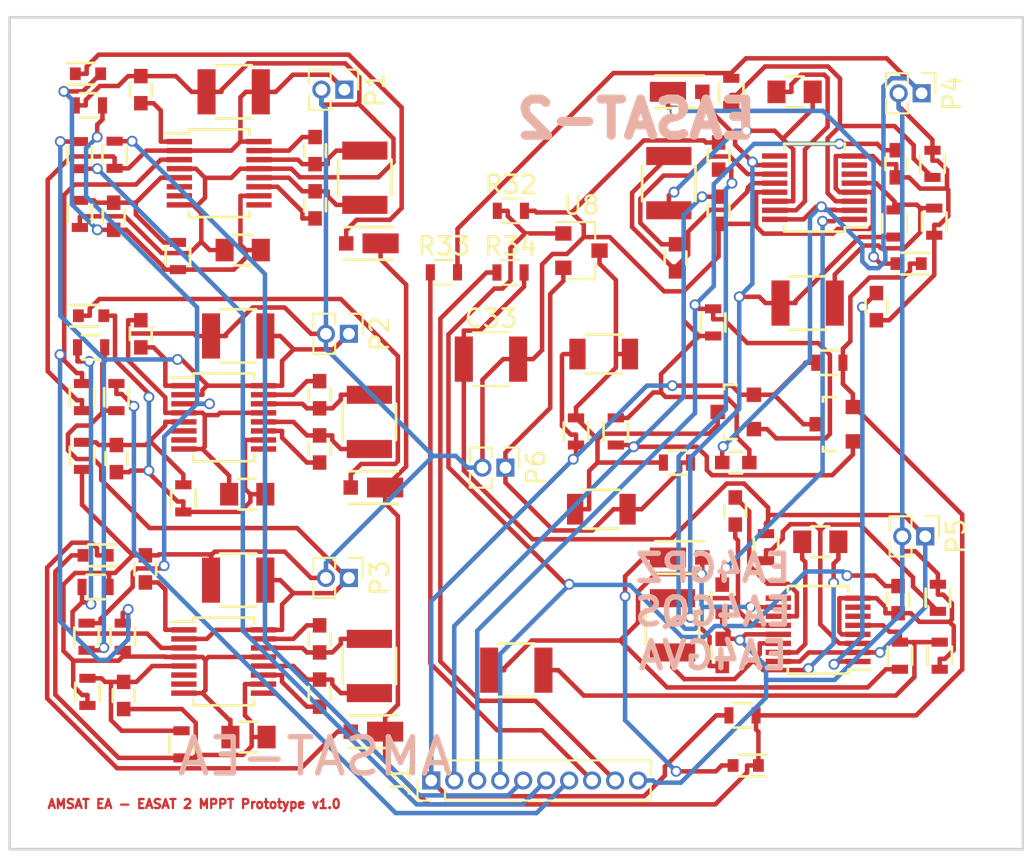
<source format=kicad_pcb>
(kicad_pcb (version 4) (host pcbnew 4.0.7)
  (title_block (title EASAT-2) (date 2016-09-19) (rev A1) (company AMSAT-EA))
  (layers (0 F.Cu signal) (31 B.Cu signal) (35 F.Paste user) (37 F.SilkS user) (39 F.Mask user) (44 Edge.Cuts user))
  (net 0 "")
  (net 1 PV1_IN)
  (net 2 GND)
  (net 3 PV2_IN)
  (net 4 PV3_IN)
  (net 5 "Net-(C4-Pad1)")
  (net 6 "Net-(C4-Pad2)")
  (net 7 "Net-(C5-Pad1)")
  (net 8 "Net-(C5-Pad2)")
  (net 9 "Net-(C6-Pad1)")
  (net 10 "Net-(C6-Pad2)")
  (net 11 "Net-(C7-Pad1)")
  (net 12 "Net-(C7-Pad2)")
  (net 13 "Net-(C8-Pad1)")
  (net 14 "Net-(C8-Pad2)")
  (net 15 "Net-(C9-Pad1)")
  (net 16 "Net-(C9-Pad2)")
  (net 17 "Net-(C10-Pad1)")
  (net 18 "Net-(C11-Pad1)")
  (net 19 "Net-(C12-Pad1)")
  (net 20 "Net-(C13-Pad2)")
  (net 21 "Net-(C14-Pad2)")
  (net 22 "Net-(C15-Pad2)")
  (net 23 "Net-(C16-Pad2)")
  (net 24 "Net-(C17-Pad2)")
  (net 25 "Net-(C18-Pad2)")
  (net 26 PV4_IN)
  (net 27 PV5_IN)
  (net 28 "Net-(C24-Pad1)")
  (net 29 "Net-(C25-Pad1)")
  (net 30 "Net-(C26-Pad1)")
  (net 31 I_SOLAR)
  (net 32 "Net-(C28-Pad2)")
  (net 33 I_BATT)
  (net 34 "Net-(D7-Pad2)")
  (net 35 +BATT)
  (net 36 "Net-(C19-Pad1)")
  (net 37 "Net-(C19-Pad2)")
  (net 38 "Net-(C20-Pad1)")
  (net 39 "Net-(C20-Pad2)")
  (net 40 "Net-(C26-Pad2)")
  (net 41 "Net-(C27-Pad2)")
  (net 42 "Net-(C28-Pad1)")
  (net 43 "Net-(C29-Pad1)")
  (net 44 I_PWD)
  (net 45 "Net-(D1-Pad1)")
  (net 46 "Net-(D2-Pad1)")
  (net 47 "Net-(D3-Pad1)")
  (net 48 "Net-(D4-Pad1)")
  (net 49 "Net-(D10-Pad1)")
  (net 50 "Net-(P6-Pad1)")
  (net 51 "Net-(R4-Pad2)")
  (net 52 "Net-(R6-Pad2)")
  (net 53 "Net-(R8-Pad2)")
  (net 54 "Net-(R23-Pad1)")
  (net 55 "Net-(R26-Pad2)")
  (net 56 "Net-(R28-Pad2)")
  (net 57 PV1_OUT)
  (net 58 PV2_OUT)
  (net 59 PV3_OUT)
  (net 60 PV4_OUT)
  (net 61 PV5_OUT)
  (net 62 "Net-(C27-Pad1)")
  (net 63 "Net-(C29-Pad2)")
  (module smini:SMini2-F4-B-B (layer F.Cu) (at 159.25 112 180)
    (fp_text reference D10 hide)
    (fp_text value DB2130200L)
    (pad 2 smd rect (at -0.9 0 180) (size 0.8 0.8) (layers F.Cu F.Paste F.Mask) (net 38 "Net-(C20-Pad1)"))
    (pad 1 smd rect (at 1 0 180) (size 2 1.1) (layers F.Cu F.Paste F.Mask) (net 49 "Net-(D10-Pad1)"))
  )
  (module Capacitors_SMD:C_0603 (layer F.Cu) (at 161.25 117.25 270)
    (fp_text reference C22 hide)
    (fp_text value 10u)
    (pad 1 smd rect (at -0.75 0 270) (size 0.8 0.75) (layers F.Cu F.Paste F.Mask) (net 2 GND))
    (pad 2 smd rect (at 0.75 0 270) (size 0.8 0.75) (layers F.Cu F.Paste F.Mask) (net 36 "Net-(C19-Pad1)"))
  )
  (module Capacitors_SMD:C_0603 (layer F.Cu) (at 161.25 114.25 270)
    (fp_text reference C24 hide)
    (fp_text value 2.2u)
    (pad 1 smd rect (at -0.75 0 270) (size 0.8 0.75) (layers F.Cu F.Paste F.Mask) (net 28 "Net-(C24-Pad1)"))
    (pad 2 smd rect (at 0.75 0 270) (size 0.8 0.75) (layers F.Cu F.Paste F.Mask) (net 2 GND))
  )
  (module Capacitors_SMD:C_1210 (layer F.Cu) (at 158.5 115.75 90)
    (fp_text reference L5 hide)
    (fp_text value 10u)
    (pad 1 smd rect (at -1.5 0 90) (size 1 2.5) (layers F.Cu F.Paste F.Mask) (net 43 "Net-(C29-Pad1)"))
    (pad 2 smd rect (at 1.5 0 90) (size 1 2.5) (layers F.Cu F.Paste F.Mask) (net 41 "Net-(C27-Pad2)"))
  )
  (module Capacitors_SMD:C_0603 (layer F.Cu) (at 170.97 114.33 270)
    (fp_text reference C31 hide)
    (fp_text value 1u)
    (pad 1 smd rect (at -0.75 0 270) (size 0.8 0.75) (layers F.Cu F.Paste F.Mask) (net 44 I_PWD))
    (pad 2 smd rect (at 0.75 0 270) (size 0.8 0.75) (layers F.Cu F.Paste F.Mask) (net 2 GND))
  )
  (module Resistors_SMD:R_0603 (layer F.Cu) (at 171.07 117.43 90)
    (fp_text reference R18 hide)
    (fp_text value Ra)
    (pad 1 smd rect (at -0.75 0 90) (size 0.5 0.9) (layers F.Cu F.Paste F.Mask) (net 38 "Net-(C20-Pad1)"))
    (pad 2 smd rect (at 0.75 0 90) (size 0.5 0.9) (layers F.Cu F.Paste F.Mask) (net 39 "Net-(C20-Pad2)"))
  )
  (module Resistors_SMD:R_0603 (layer F.Cu) (at 173.17 114.23 90)
    (fp_text reference R29 hide)
    (fp_text value Rc)
    (pad 1 smd rect (at -0.75 0 90) (size 0.5 0.9) (layers F.Cu F.Paste F.Mask) (net 56 "Net-(R28-Pad2)"))
    (pad 2 smd rect (at 0.75 0 90) (size 0.5 0.9) (layers F.Cu F.Paste F.Mask) (net 2 GND))
  )
  (module Resistors_SMD:R_0603 (layer F.Cu) (at 173.27 117.43 270)
    (fp_text reference R19 hide)
    (fp_text value Rb)
    (pad 1 smd rect (at -0.75 0 270) (size 0.5 0.9) (layers F.Cu F.Paste F.Mask) (net 39 "Net-(C20-Pad2)"))
    (pad 2 smd rect (at 0.75 0 270) (size 0.5 0.9) (layers F.Cu F.Paste F.Mask) (net 2 GND))
  )
  (module Resistors_SMD:R_0603 (layer F.Cu) (at 163.67 111.43 270)
    (fp_text reference R28 hide)
    (fp_text value Rd)
    (pad 1 smd rect (at -0.75 0 270) (size 0.5 0.9) (layers F.Cu F.Paste F.Mask) (net 27 PV5_IN))
    (pad 2 smd rect (at 0.75 0 270) (size 0.5 0.9) (layers F.Cu F.Paste F.Mask) (net 56 "Net-(R28-Pad2)"))
  )
  (module Capacitors_SMD:C_0805 (layer F.Cu) (at 166.67 111.13 180)
    (fp_text reference C29 hide)
    (fp_text value 22n)
    (pad 1 smd rect (at -1 0 180) (size 1 1.25) (layers F.Cu F.Paste F.Mask) (net 43 "Net-(C29-Pad1)"))
    (pad 2 smd rect (at 1 0 180) (size 1 1.25) (layers F.Cu F.Paste F.Mask) (net 63 "Net-(C29-Pad2)"))
  )
  (module Capacitors_SMD:C_0603 (layer F.Cu) (at 158.67 95.43 270)
    (fp_text reference C26 hide)
    (fp_text value 22n)
    (pad 1 smd rect (at -0.75 0 270) (size 0.8 0.75) (layers F.Cu F.Paste F.Mask) (net 30 "Net-(C26-Pad1)"))
    (pad 2 smd rect (at 0.75 0 270) (size 0.8 0.75) (layers F.Cu F.Paste F.Mask) (net 40 "Net-(C26-Pad2)"))
  )
  (module Diodes_SMD:SOD-523 (layer F.Cu) (at 162.55 123.5)
    (fp_text reference D8 hide)
    (fp_text value DB2130200L)
    (pad 2 smd rect (at -0.7 0) (size 0.6 0.7) (layers F.Cu F.Paste F.Mask) (net 49 "Net-(D10-Pad1)"))
    (pad 1 smd rect (at 0.7 0) (size 0.6 0.7) (layers F.Cu F.Paste F.Mask) (net 48 "Net-(D4-Pad1)"))
  )
  (module Housings_SSOP:MSOP-16-1EP-VIA_3x4mm_Pitch0.5mm (layer F.Cu) (at 166.55 116 180)
    (fp_text reference U5 hide)
    (fp_text value LTC3129)
    (pad 1 smd rect (at -2.2 -1.75 180) (size 1.4 0.3) (layers F.Cu F.Paste F.Mask) (net 29 "Net-(C25-Pad1)"))
    (pad 2 smd rect (at -2.2 -1.25 180) (size 1.4 0.3) (layers F.Cu F.Paste F.Mask) (net 27 PV5_IN))
    (pad 3 smd rect (at -2.2 -0.75 180) (size 1.4 0.3) (layers F.Cu F.Paste F.Mask) (net 56 "Net-(R28-Pad2)"))
    (pad 4 smd rect (at -2.2 -0.25 180) (size 1.4 0.3) (layers F.Cu F.Paste F.Mask) (net 2 GND))
    (pad 5 smd rect (at -2.2 0.25 180) (size 1.4 0.3) (layers F.Cu F.Paste F.Mask) (net 39 "Net-(C20-Pad2)"))
    (pad 12 smd rect (at 2.2 0.25 180) (size 1.4 0.3) (layers F.Cu F.Paste F.Mask) (net 41 "Net-(C27-Pad2)"))
    (pad 13 smd rect (at 2.2 -0.25 180) (size 1.4 0.3) (layers F.Cu F.Paste F.Mask) (net 2 GND))
    (pad 14 smd rect (at 2.2 -0.75 180) (size 1.4 0.3) (layers F.Cu F.Paste F.Mask) (net 43 "Net-(C29-Pad1)"))
    (pad 15 smd rect (at 2.2 -1.25 180) (size 1.4 0.3) (layers F.Cu F.Paste F.Mask) (net 63 "Net-(C29-Pad2)"))
    (pad 16 smd rect (at 2.2 -1.75 180) (size 1.4 0.3) (layers F.Cu F.Paste F.Mask) (net 27 PV5_IN))
    (pad 6 smd rect (at -2.2 0.75 180) (size 1.4 0.3) (layers F.Cu F.Paste F.Mask))
    (pad 7 smd rect (at -2.2 1.25 180) (size 1.4 0.3) (layers F.Cu F.Paste F.Mask))
    (pad 8 smd rect (at -2.2 1.75 180) (size 1.4 0.3) (layers F.Cu F.Paste F.Mask) (net 2 GND))
    (pad 11 smd rect (at 2.2 0.75 180) (size 1.4 0.3) (layers F.Cu F.Paste F.Mask) (net 62 "Net-(C27-Pad1)"))
    (pad 10 smd rect (at 2.2 1.25 180) (size 1.4 0.3) (layers F.Cu F.Paste F.Mask) (net 38 "Net-(C20-Pad1)"))
    (pad 9 smd rect (at 2.2 1.75 180) (size 1.4 0.3) (layers F.Cu F.Paste F.Mask))
  )
  (module Resistors_SMD:R_0603 (layer F.Cu) (at 162.37 120.73)
    (fp_text reference R21 hide)
    (fp_text value 0.2)
    (pad 1 smd rect (at -0.75 0) (size 0.5 0.9) (layers F.Cu F.Paste F.Mask) (net 35 +BATT))
    (pad 2 smd rect (at 0.75 0) (size 0.5 0.9) (layers F.Cu F.Paste F.Mask) (net 48 "Net-(D4-Pad1)"))
  )
  (module Capacitors_SMD:C_1210 (layer F.Cu) (at 149.87 118.23)
    (fp_text reference C20 hide)
    (fp_text value 66/Ra)
    (pad 1 smd rect (at -1.5 0) (size 1 2.5) (layers F.Cu F.Paste F.Mask) (net 38 "Net-(C20-Pad1)"))
    (pad 2 smd rect (at 1.5 0) (size 1 2.5) (layers F.Cu F.Paste F.Mask) (net 39 "Net-(C20-Pad2)"))
  )
  (module Capacitors_SMD:C_0603 (layer F.Cu) (at 161.05 92.8 270)
    (fp_text reference C21 hide)
    (fp_text value 1u)
    (pad 1 smd rect (at -0.75 0 270) (size 0.8 0.75) (layers F.Cu F.Paste F.Mask) (net 31 I_SOLAR))
    (pad 2 smd rect (at 0.75 0 270) (size 0.8 0.75) (layers F.Cu F.Paste F.Mask) (net 2 GND))
  )
  (module Capacitors_SMD:C_0603 (layer F.Cu) (at 161.05 89.8 270)
    (fp_text reference C23 hide)
    (fp_text value 10u)
    (pad 1 smd rect (at -0.75 0 270) (size 0.8 0.75) (layers F.Cu F.Paste F.Mask) (net 2 GND))
    (pad 2 smd rect (at 0.75 0 270) (size 0.8 0.75) (layers F.Cu F.Paste F.Mask) (net 38 "Net-(C20-Pad1)"))
  )
  (module Capacitors_SMD:C_1210 (layer F.Cu) (at 158.3 91.3 90)
    (fp_text reference L4 hide)
    (fp_text value 10u)
    (pad 1 smd rect (at -1.5 0 90) (size 1 2.5) (layers F.Cu F.Paste F.Mask) (net 42 "Net-(C28-Pad1)"))
    (pad 2 smd rect (at 1.5 0 90) (size 1 2.5) (layers F.Cu F.Paste F.Mask) (net 40 "Net-(C26-Pad2)"))
  )
  (module smini:SMini2-F4-B-B (layer F.Cu) (at 159.25 86.25 180)
    (fp_text reference D9 hide)
    (fp_text value DB2130200L)
    (pad 2 smd rect (at -0.9 0 180) (size 0.8 0.8) (layers F.Cu F.Paste F.Mask) (net 36 "Net-(C19-Pad1)"))
    (pad 1 smd rect (at 1 0 180) (size 2 1.1) (layers F.Cu F.Paste F.Mask) (net 34 "Net-(D7-Pad2)"))
  )
  (module Resistors_SMD:R_0603 (layer F.Cu) (at 167.17 101.23)
    (fp_text reference R20 hide)
    (fp_text value 0.2)
    (pad 1 smd rect (at -0.75 0) (size 0.5 0.9) (layers F.Cu F.Paste F.Mask) (net 35 +BATT))
    (pad 2 smd rect (at 0.75 0) (size 0.5 0.9) (layers F.Cu F.Paste F.Mask) (net 48 "Net-(D4-Pad1)"))
  )
  (module Resistors_SMD:R_0603 (layer F.Cu) (at 170.77 93.53 90)
    (fp_text reference R16 hide)
    (fp_text value Ra)
    (pad 1 smd rect (at -0.75 0 90) (size 0.5 0.9) (layers F.Cu F.Paste F.Mask) (net 36 "Net-(C19-Pad1)"))
    (pad 2 smd rect (at 0.75 0 90) (size 0.5 0.9) (layers F.Cu F.Paste F.Mask) (net 37 "Net-(C19-Pad2)"))
  )
  (module Capacitors_SMD:C_0603 (layer F.Cu) (at 169.77 98.13 270)
    (fp_text reference C25 hide)
    (fp_text value 2.2u)
    (pad 1 smd rect (at -0.75 0 270) (size 0.8 0.75) (layers F.Cu F.Paste F.Mask) (net 29 "Net-(C25-Pad1)"))
    (pad 2 smd rect (at 0.75 0 270) (size 0.8 0.75) (layers F.Cu F.Paste F.Mask) (net 2 GND))
  )
  (module Resistors_SMD:R_0603 (layer F.Cu) (at 172.97 93.43 270)
    (fp_text reference R17 hide)
    (fp_text value Rb)
    (pad 1 smd rect (at -0.75 0 270) (size 0.5 0.9) (layers F.Cu F.Paste F.Mask) (net 37 "Net-(C19-Pad2)"))
    (pad 2 smd rect (at 0.75 0 270) (size 0.5 0.9) (layers F.Cu F.Paste F.Mask) (net 2 GND))
  )
  (module Diodes_SMD:SOD-523 (layer F.Cu) (at 171.55 95.75)
    (fp_text reference D7 hide)
    (fp_text value DB2130200L)
    (pad 2 smd rect (at -0.7 0) (size 0.6 0.7) (layers F.Cu F.Paste F.Mask) (net 34 "Net-(D7-Pad2)"))
    (pad 1 smd rect (at 0.7 0) (size 0.6 0.7) (layers F.Cu F.Paste F.Mask) (net 48 "Net-(D4-Pad1)"))
  )
  (module Resistors_SMD:R_0603 (layer F.Cu) (at 161.75 86.25 270)
    (fp_text reference R26 hide)
    (fp_text value Rd)
    (pad 1 smd rect (at -0.75 0 270) (size 0.5 0.9) (layers F.Cu F.Paste F.Mask) (net 26 PV4_IN))
    (pad 2 smd rect (at 0.75 0 270) (size 0.5 0.9) (layers F.Cu F.Paste F.Mask) (net 55 "Net-(R26-Pad2)"))
  )
  (module Capacitors_SMD:C_1210 (layer F.Cu) (at 165.97 97.93)
    (fp_text reference C19 hide)
    (fp_text value 66/Ra)
    (pad 1 smd rect (at -1.5 0) (size 1 2.5) (layers F.Cu F.Paste F.Mask) (net 36 "Net-(C19-Pad1)"))
    (pad 2 smd rect (at 1.5 0) (size 1 2.5) (layers F.Cu F.Paste F.Mask) (net 37 "Net-(C19-Pad2)"))
  )
  (module Capacitors_SMD:C_0603 (layer F.Cu) (at 170.87 90.23 270)
    (fp_text reference C30 hide)
    (fp_text value 1u)
    (pad 1 smd rect (at -0.75 0 270) (size 0.8 0.75) (layers F.Cu F.Paste F.Mask) (net 33 I_BATT))
    (pad 2 smd rect (at 0.75 0 270) (size 0.8 0.75) (layers F.Cu F.Paste F.Mask) (net 2 GND))
  )
  (module Housings_SSOP:MSOP-16-1EP-VIA_3x4mm_Pitch0.5mm (layer F.Cu) (at 166.35 91.55 180)
    (fp_text reference U4 hide)
    (fp_text value LTC3129)
    (pad 1 smd rect (at -2.2 -1.75 180) (size 1.4 0.3) (layers F.Cu F.Paste F.Mask) (net 28 "Net-(C24-Pad1)"))
    (pad 2 smd rect (at -2.2 -1.25 180) (size 1.4 0.3) (layers F.Cu F.Paste F.Mask) (net 26 PV4_IN))
    (pad 3 smd rect (at -2.2 -0.75 180) (size 1.4 0.3) (layers F.Cu F.Paste F.Mask) (net 55 "Net-(R26-Pad2)"))
    (pad 4 smd rect (at -2.2 -0.25 180) (size 1.4 0.3) (layers F.Cu F.Paste F.Mask) (net 2 GND))
    (pad 5 smd rect (at -2.2 0.25 180) (size 1.4 0.3) (layers F.Cu F.Paste F.Mask) (net 37 "Net-(C19-Pad2)"))
    (pad 12 smd rect (at 2.2 0.25 180) (size 1.4 0.3) (layers F.Cu F.Paste F.Mask) (net 40 "Net-(C26-Pad2)"))
    (pad 13 smd rect (at 2.2 -0.25 180) (size 1.4 0.3) (layers F.Cu F.Paste F.Mask) (net 2 GND))
    (pad 14 smd rect (at 2.2 -0.75 180) (size 1.4 0.3) (layers F.Cu F.Paste F.Mask) (net 42 "Net-(C28-Pad1)"))
    (pad 15 smd rect (at 2.2 -1.25 180) (size 1.4 0.3) (layers F.Cu F.Paste F.Mask) (net 32 "Net-(C28-Pad2)"))
    (pad 16 smd rect (at 2.2 -1.75 180) (size 1.4 0.3) (layers F.Cu F.Paste F.Mask) (net 26 PV4_IN))
    (pad 6 smd rect (at -2.2 0.75 180) (size 1.4 0.3) (layers F.Cu F.Paste F.Mask))
    (pad 7 smd rect (at -2.2 1.25 180) (size 1.4 0.3) (layers F.Cu F.Paste F.Mask))
    (pad 8 smd rect (at -2.2 1.75 180) (size 1.4 0.3) (layers F.Cu F.Paste F.Mask) (net 2 GND))
    (pad 11 smd rect (at 2.2 0.75 180) (size 1.4 0.3) (layers F.Cu F.Paste F.Mask) (net 30 "Net-(C26-Pad1)"))
    (pad 10 smd rect (at 2.2 1.25 180) (size 1.4 0.3) (layers F.Cu F.Paste F.Mask) (net 36 "Net-(C19-Pad1)"))
    (pad 9 smd rect (at 2.2 1.75 180) (size 1.4 0.3) (layers F.Cu F.Paste F.Mask))
  )
  (module Capacitors_SMD:C_0805 (layer F.Cu) (at 165.25 86.25 180)
    (fp_text reference C28 hide)
    (fp_text value 22n)
    (pad 1 smd rect (at -1 0 180) (size 1 1.25) (layers F.Cu F.Paste F.Mask) (net 42 "Net-(C28-Pad1)"))
    (pad 2 smd rect (at 1 0 180) (size 1 1.25) (layers F.Cu F.Paste F.Mask) (net 32 "Net-(C28-Pad2)"))
  )
  (module Resistors_SMD:R_0603 (layer F.Cu) (at 172.87 90.23 90)
    (fp_text reference R27 hide)
    (fp_text value Rc)
    (pad 1 smd rect (at -0.75 0 90) (size 0.5 0.9) (layers F.Cu F.Paste F.Mask) (net 55 "Net-(R26-Pad2)"))
    (pad 2 smd rect (at 0.75 0 90) (size 0.5 0.9) (layers F.Cu F.Paste F.Mask) (net 2 GND))
  )
  (module Capacitors_SMD:C_1210 (layer F.Cu) (at 141.75 118 270)
    (fp_text reference L3 hide)
    (fp_text value 10u)
    (pad 1 smd rect (at -1.5 0 270) (size 1 2.5) (layers F.Cu F.Paste F.Mask) (net 9 "Net-(C6-Pad1)"))
    (pad 2 smd rect (at 1.5 0 270) (size 1 2.5) (layers F.Cu F.Paste F.Mask) (net 16 "Net-(C9-Pad2)"))
  )
  (module smini:SMini2-F4-B-B (layer F.Cu) (at 141.62 121.63)
    (fp_text reference D6 hide)
    (fp_text value DB2130200L)
    (pad 2 smd rect (at -0.9 0) (size 0.8 0.8) (layers F.Cu F.Paste F.Mask) (net 47 "Net-(D3-Pad1)"))
    (pad 1 smd rect (at 1 0) (size 2 1.1) (layers F.Cu F.Paste F.Mask) (net 48 "Net-(D4-Pad1)"))
  )
  (module Capacitors_SMD:C_0603 (layer F.Cu) (at 139 119.5 90)
    (fp_text reference C9 hide)
    (fp_text value 22n)
    (pad 1 smd rect (at -0.75 0 90) (size 0.8 0.75) (layers F.Cu F.Paste F.Mask) (net 15 "Net-(C9-Pad1)"))
    (pad 2 smd rect (at 0.75 0 90) (size 0.8 0.75) (layers F.Cu F.Paste F.Mask) (net 16 "Net-(C9-Pad2)"))
  )
  (module Capacitors_SMD:C_0603 (layer F.Cu) (at 139 116.5 90)
    (fp_text reference C6 hide)
    (fp_text value 22n)
    (pad 1 smd rect (at -0.75 0 90) (size 0.8 0.75) (layers F.Cu F.Paste F.Mask) (net 9 "Net-(C6-Pad1)"))
    (pad 2 smd rect (at 0.75 0 90) (size 0.8 0.75) (layers F.Cu F.Paste F.Mask) (net 10 "Net-(C6-Pad2)"))
  )
  (module Housings_SSOP:MSOP-16-1EP-VIA_3x4mm_Pitch0.5mm (layer F.Cu) (at 133.7 117.75)
    (fp_text reference U3 hide)
    (fp_text value LTC3129)
    (pad 1 smd rect (at -2.2 -1.75) (size 1.4 0.3) (layers F.Cu F.Paste F.Mask) (net 19 "Net-(C12-Pad1)"))
    (pad 2 smd rect (at -2.2 -1.25) (size 1.4 0.3) (layers F.Cu F.Paste F.Mask) (net 4 PV3_IN))
    (pad 3 smd rect (at -2.2 -0.75) (size 1.4 0.3) (layers F.Cu F.Paste F.Mask) (net 53 "Net-(R8-Pad2)"))
    (pad 4 smd rect (at -2.2 -0.25) (size 1.4 0.3) (layers F.Cu F.Paste F.Mask) (net 2 GND))
    (pad 5 smd rect (at -2.2 0.25) (size 1.4 0.3) (layers F.Cu F.Paste F.Mask) (net 25 "Net-(C18-Pad2)"))
    (pad 12 smd rect (at 2.2 0.25) (size 1.4 0.3) (layers F.Cu F.Paste F.Mask) (net 16 "Net-(C9-Pad2)"))
    (pad 13 smd rect (at 2.2 -0.25) (size 1.4 0.3) (layers F.Cu F.Paste F.Mask) (net 2 GND))
    (pad 14 smd rect (at 2.2 -0.75) (size 1.4 0.3) (layers F.Cu F.Paste F.Mask) (net 9 "Net-(C6-Pad1)"))
    (pad 15 smd rect (at 2.2 -1.25) (size 1.4 0.3) (layers F.Cu F.Paste F.Mask) (net 10 "Net-(C6-Pad2)"))
    (pad 16 smd rect (at 2.2 -1.75) (size 1.4 0.3) (layers F.Cu F.Paste F.Mask) (net 4 PV3_IN))
    (pad 6 smd rect (at -2.2 0.75) (size 1.4 0.3) (layers F.Cu F.Paste F.Mask))
    (pad 7 smd rect (at -2.2 1.25) (size 1.4 0.3) (layers F.Cu F.Paste F.Mask))
    (pad 8 smd rect (at -2.2 1.75) (size 1.4 0.3) (layers F.Cu F.Paste F.Mask) (net 2 GND))
    (pad 11 smd rect (at 2.2 0.75) (size 1.4 0.3) (layers F.Cu F.Paste F.Mask) (net 15 "Net-(C9-Pad1)"))
    (pad 10 smd rect (at 2.2 1.25) (size 1.4 0.3) (layers F.Cu F.Paste F.Mask) (net 22 "Net-(C15-Pad2)"))
    (pad 9 smd rect (at 2.2 1.75) (size 1.4 0.3) (layers F.Cu F.Paste F.Mask))
  )
  (module Capacitors_SMD:C_0805 (layer F.Cu) (at 135.07 121.93)
    (fp_text reference C15 hide)
    (fp_text value 10u)
    (pad 1 smd rect (at -1 0) (size 1 1.25) (layers F.Cu F.Paste F.Mask) (net 2 GND))
    (pad 2 smd rect (at 1 0) (size 1 1.25) (layers F.Cu F.Paste F.Mask) (net 22 "Net-(C15-Pad2)"))
  )
  (module Resistors_SMD:R_0603 (layer F.Cu) (at 126.17 119.43 270)
    (fp_text reference R15 hide)
    (fp_text value Rb)
    (pad 1 smd rect (at -0.75 0 270) (size 0.5 0.9) (layers F.Cu F.Paste F.Mask) (net 25 "Net-(C18-Pad2)"))
    (pad 2 smd rect (at 0.75 0 270) (size 0.5 0.9) (layers F.Cu F.Paste F.Mask) (net 2 GND))
  )
  (module Capacitors_SMD:C_0603 (layer F.Cu) (at 128.17 119.63 90)
    (fp_text reference C18 hide)
    (fp_text value 66/Ra)
    (pad 1 smd rect (at -0.75 0 90) (size 0.8 0.75) (layers F.Cu F.Paste F.Mask) (net 22 "Net-(C15-Pad2)"))
    (pad 2 smd rect (at 0.75 0 90) (size 0.8 0.75) (layers F.Cu F.Paste F.Mask) (net 25 "Net-(C18-Pad2)"))
  )
  (module Resistors_SMD:R_0603 (layer F.Cu) (at 131.37 122.33 90)
    (fp_text reference R14 hide)
    (fp_text value Ra)
    (pad 1 smd rect (at -0.75 0 90) (size 0.5 0.9) (layers F.Cu F.Paste F.Mask) (net 22 "Net-(C15-Pad2)"))
    (pad 2 smd rect (at 0.75 0 90) (size 0.5 0.9) (layers F.Cu F.Paste F.Mask) (net 25 "Net-(C18-Pad2)"))
  )
  (module Capacitors_SMD:C_1210 (layer F.Cu) (at 134.5 113.25 180)
    (fp_text reference C3 hide)
    (fp_text value 22u)
    (pad 1 smd rect (at -1.5 0 180) (size 1 2.5) (layers F.Cu F.Paste F.Mask) (net 4 PV3_IN))
    (pad 2 smd rect (at 1.5 0 180) (size 1 2.5) (layers F.Cu F.Paste F.Mask) (net 2 GND))
  )
  (module Resistors_SMD:R_0603 (layer F.Cu) (at 126.62 113.63)
    (fp_text reference R9 hide)
    (fp_text value Rc)
    (pad 1 smd rect (at -0.75 0) (size 0.5 0.9) (layers F.Cu F.Paste F.Mask) (net 53 "Net-(R8-Pad2)"))
    (pad 2 smd rect (at 0.75 0) (size 0.5 0.9) (layers F.Cu F.Paste F.Mask) (net 2 GND))
  )
  (module Capacitors_SMD:C_0603 (layer F.Cu) (at 129.37 112.63 90)
    (fp_text reference C12 hide)
    (fp_text value 2.2u)
    (pad 1 smd rect (at -0.75 0 90) (size 0.8 0.75) (layers F.Cu F.Paste F.Mask) (net 19 "Net-(C12-Pad1)"))
    (pad 2 smd rect (at 0.75 0 90) (size 0.8 0.75) (layers F.Cu F.Paste F.Mask) (net 2 GND))
  )
  (module Resistors_SMD:R_0603 (layer F.Cu) (at 126.12 116.38 90)
    (fp_text reference R6 hide)
    (fp_text value Rd)
    (pad 1 smd rect (at -0.75 0 90) (size 0.5 0.9) (layers F.Cu F.Paste F.Mask) (net 3 PV2_IN))
    (pad 2 smd rect (at 0.75 0 90) (size 0.5 0.9) (layers F.Cu F.Paste F.Mask) (net 52 "Net-(R6-Pad2)"))
  )
  (module Diodes_SMD:SOD-523 (layer F.Cu) (at 126.62 111.88)
    (fp_text reference D3 hide)
    (fp_text value DB2130200L)
    (pad 2 smd rect (at -0.7 0) (size 0.6 0.7) (layers F.Cu F.Paste F.Mask) (net 22 "Net-(C15-Pad2)"))
    (pad 1 smd rect (at 0.7 0) (size 0.6 0.7) (layers F.Cu F.Paste F.Mask) (net 47 "Net-(D3-Pad1)"))
  )
  (module Resistors_SMD:R_0603 (layer F.Cu) (at 128.12 116.38 270)
    (fp_text reference R5 hide)
    (fp_text value Rc)
    (pad 1 smd rect (at -0.75 0 270) (size 0.5 0.9) (layers F.Cu F.Paste F.Mask) (net 51 "Net-(R4-Pad2)"))
    (pad 2 smd rect (at 0.75 0 270) (size 0.5 0.9) (layers F.Cu F.Paste F.Mask) (net 2 GND))
  )
  (module Capacitors_SMD:C_1210 (layer F.Cu) (at 141.75 104.5 270)
    (fp_text reference L2 hide)
    (fp_text value 10u)
    (pad 1 smd rect (at -1.5 0 270) (size 1 2.5) (layers F.Cu F.Paste F.Mask) (net 7 "Net-(C5-Pad1)"))
    (pad 2 smd rect (at 1.5 0 270) (size 1 2.5) (layers F.Cu F.Paste F.Mask) (net 14 "Net-(C8-Pad2)"))
  )
  (module smini:SMini2-F4-B-B (layer F.Cu) (at 141.62 108.13)
    (fp_text reference D5 hide)
    (fp_text value DB2130200L)
    (pad 2 smd rect (at -0.9 0) (size 0.8 0.8) (layers F.Cu F.Paste F.Mask) (net 46 "Net-(D2-Pad1)"))
    (pad 1 smd rect (at 1 0) (size 2 1.1) (layers F.Cu F.Paste F.Mask) (net 48 "Net-(D4-Pad1)"))
  )
  (module Capacitors_SMD:C_0603 (layer F.Cu) (at 139 106 90)
    (fp_text reference C8 hide)
    (fp_text value 22n)
    (pad 1 smd rect (at -0.75 0 90) (size 0.8 0.75) (layers F.Cu F.Paste F.Mask) (net 13 "Net-(C8-Pad1)"))
    (pad 2 smd rect (at 0.75 0 90) (size 0.8 0.75) (layers F.Cu F.Paste F.Mask) (net 14 "Net-(C8-Pad2)"))
  )
  (module Capacitors_SMD:C_0603 (layer F.Cu) (at 139 103 90)
    (fp_text reference C5 hide)
    (fp_text value 22n)
    (pad 1 smd rect (at -0.75 0 90) (size 0.8 0.75) (layers F.Cu F.Paste F.Mask) (net 7 "Net-(C5-Pad1)"))
    (pad 2 smd rect (at 0.75 0 90) (size 0.8 0.75) (layers F.Cu F.Paste F.Mask) (net 8 "Net-(C5-Pad2)"))
  )
  (module Housings_SSOP:MSOP-16-1EP-VIA_3x4mm_Pitch0.5mm (layer F.Cu) (at 133.7 104.25)
    (fp_text reference U2 hide)
    (fp_text value LTC3129)
    (pad 1 smd rect (at -2.2 -1.75) (size 1.4 0.3) (layers F.Cu F.Paste F.Mask) (net 18 "Net-(C11-Pad1)"))
    (pad 2 smd rect (at -2.2 -1.25) (size 1.4 0.3) (layers F.Cu F.Paste F.Mask) (net 3 PV2_IN))
    (pad 3 smd rect (at -2.2 -0.75) (size 1.4 0.3) (layers F.Cu F.Paste F.Mask) (net 52 "Net-(R6-Pad2)"))
    (pad 4 smd rect (at -2.2 -0.25) (size 1.4 0.3) (layers F.Cu F.Paste F.Mask) (net 2 GND))
    (pad 5 smd rect (at -2.2 0.25) (size 1.4 0.3) (layers F.Cu F.Paste F.Mask) (net 24 "Net-(C17-Pad2)"))
    (pad 12 smd rect (at 2.2 0.25) (size 1.4 0.3) (layers F.Cu F.Paste F.Mask) (net 14 "Net-(C8-Pad2)"))
    (pad 13 smd rect (at 2.2 -0.25) (size 1.4 0.3) (layers F.Cu F.Paste F.Mask) (net 2 GND))
    (pad 14 smd rect (at 2.2 -0.75) (size 1.4 0.3) (layers F.Cu F.Paste F.Mask) (net 7 "Net-(C5-Pad1)"))
    (pad 15 smd rect (at 2.2 -1.25) (size 1.4 0.3) (layers F.Cu F.Paste F.Mask) (net 8 "Net-(C5-Pad2)"))
    (pad 16 smd rect (at 2.2 -1.75) (size 1.4 0.3) (layers F.Cu F.Paste F.Mask) (net 3 PV2_IN))
    (pad 6 smd rect (at -2.2 0.75) (size 1.4 0.3) (layers F.Cu F.Paste F.Mask))
    (pad 7 smd rect (at -2.2 1.25) (size 1.4 0.3) (layers F.Cu F.Paste F.Mask))
    (pad 8 smd rect (at -2.2 1.75) (size 1.4 0.3) (layers F.Cu F.Paste F.Mask) (net 2 GND))
    (pad 11 smd rect (at 2.2 0.75) (size 1.4 0.3) (layers F.Cu F.Paste F.Mask) (net 13 "Net-(C8-Pad1)"))
    (pad 10 smd rect (at 2.2 1.25) (size 1.4 0.3) (layers F.Cu F.Paste F.Mask) (net 21 "Net-(C14-Pad2)"))
    (pad 9 smd rect (at 2.2 1.75) (size 1.4 0.3) (layers F.Cu F.Paste F.Mask))
  )
  (module Capacitors_SMD:C_0805 (layer F.Cu) (at 135 108.5)
    (fp_text reference C14 hide)
    (fp_text value 10u)
    (pad 1 smd rect (at -1 0) (size 1 1.25) (layers F.Cu F.Paste F.Mask) (net 2 GND))
    (pad 2 smd rect (at 1 0) (size 1 1.25) (layers F.Cu F.Paste F.Mask) (net 21 "Net-(C14-Pad2)"))
  )
  (module Resistors_SMD:R_0603 (layer F.Cu) (at 125.87 106.38 270)
    (fp_text reference R13 hide)
    (fp_text value Rb)
    (pad 1 smd rect (at -0.75 0 270) (size 0.5 0.9) (layers F.Cu F.Paste F.Mask) (net 24 "Net-(C17-Pad2)"))
    (pad 2 smd rect (at 0.75 0 270) (size 0.5 0.9) (layers F.Cu F.Paste F.Mask) (net 2 GND))
  )
  (module Capacitors_SMD:C_0603 (layer F.Cu) (at 127.77 106.53 90)
    (fp_text reference C17 hide)
    (fp_text value 66/Ra)
    (pad 1 smd rect (at -0.75 0 90) (size 0.8 0.75) (layers F.Cu F.Paste F.Mask) (net 21 "Net-(C14-Pad2)"))
    (pad 2 smd rect (at 0.75 0 90) (size 0.8 0.75) (layers F.Cu F.Paste F.Mask) (net 24 "Net-(C17-Pad2)"))
  )
  (module Resistors_SMD:R_0603 (layer F.Cu) (at 131.47 108.73 90)
    (fp_text reference R12 hide)
    (fp_text value Ra)
    (pad 1 smd rect (at -0.75 0 90) (size 0.5 0.9) (layers F.Cu F.Paste F.Mask) (net 21 "Net-(C14-Pad2)"))
    (pad 2 smd rect (at 0.75 0 90) (size 0.5 0.9) (layers F.Cu F.Paste F.Mask) (net 24 "Net-(C17-Pad2)"))
  )
  (module Capacitors_SMD:C_1210 (layer F.Cu) (at 134.5 99.75 180)
    (fp_text reference C2 hide)
    (fp_text value 22u)
    (pad 1 smd rect (at -1.5 0 180) (size 1 2.5) (layers F.Cu F.Paste F.Mask) (net 3 PV2_IN))
    (pad 2 smd rect (at 1.5 0 180) (size 1 2.5) (layers F.Cu F.Paste F.Mask) (net 2 GND))
  )
  (module Resistors_SMD:R_0603 (layer F.Cu) (at 126.37 100.38 180)
    (fp_text reference R8 hide)
    (fp_text value Rd)
    (pad 1 smd rect (at -0.75 0 180) (size 0.5 0.9) (layers F.Cu F.Paste F.Mask) (net 4 PV3_IN))
    (pad 2 smd rect (at 0.75 0 180) (size 0.5 0.9) (layers F.Cu F.Paste F.Mask) (net 53 "Net-(R8-Pad2)"))
  )
  (module Capacitors_SMD:C_0603 (layer F.Cu) (at 129.12 99.63 90)
    (fp_text reference C11 hide)
    (fp_text value 2.2u)
    (pad 1 smd rect (at -0.75 0 90) (size 0.8 0.75) (layers F.Cu F.Paste F.Mask) (net 18 "Net-(C11-Pad1)"))
    (pad 2 smd rect (at 0.75 0 90) (size 0.8 0.75) (layers F.Cu F.Paste F.Mask) (net 2 GND))
  )
  (module Resistors_SMD:R_0603 (layer F.Cu) (at 125.87 103.13 90)
    (fp_text reference R4 hide)
    (fp_text value Rd)
    (pad 1 smd rect (at -0.75 0 90) (size 0.5 0.9) (layers F.Cu F.Paste F.Mask) (net 1 PV1_IN))
    (pad 2 smd rect (at 0.75 0 90) (size 0.5 0.9) (layers F.Cu F.Paste F.Mask) (net 51 "Net-(R4-Pad2)"))
  )
  (module Diodes_SMD:SOD-523 (layer F.Cu) (at 126.37 98.63 180)
    (fp_text reference D2 hide)
    (fp_text value DB2130200L)
    (pad 2 smd rect (at -0.7 0 180) (size 0.6 0.7) (layers F.Cu F.Paste F.Mask) (net 21 "Net-(C14-Pad2)"))
    (pad 1 smd rect (at 0.7 0 180) (size 0.6 0.7) (layers F.Cu F.Paste F.Mask) (net 46 "Net-(D2-Pad1)"))
  )
  (module Resistors_SMD:R_0603 (layer F.Cu) (at 127.77 103.13 270)
    (fp_text reference R3 hide)
    (fp_text value M)
    (pad 1 smd rect (at -0.75 0 270) (size 0.5 0.9) (layers F.Cu F.Paste F.Mask) (net 59 PV3_OUT))
    (pad 2 smd rect (at 0.75 0 270) (size 0.5 0.9) (layers F.Cu F.Paste F.Mask) (net 4 PV3_IN))
  )
  (module Housings_SSOP:MSOP-16-1EP-VIA_3x4mm_Pitch0.5mm (layer F.Cu) (at 133.45 90.75)
    (fp_text reference U1 hide)
    (fp_text value LTC3129)
    (pad 1 smd rect (at -2.2 -1.75) (size 1.4 0.3) (layers F.Cu F.Paste F.Mask) (net 17 "Net-(C10-Pad1)"))
    (pad 2 smd rect (at -2.2 -1.25) (size 1.4 0.3) (layers F.Cu F.Paste F.Mask) (net 1 PV1_IN))
    (pad 3 smd rect (at -2.2 -0.75) (size 1.4 0.3) (layers F.Cu F.Paste F.Mask) (net 51 "Net-(R4-Pad2)"))
    (pad 4 smd rect (at -2.2 -0.25) (size 1.4 0.3) (layers F.Cu F.Paste F.Mask) (net 2 GND))
    (pad 5 smd rect (at -2.2 0.25) (size 1.4 0.3) (layers F.Cu F.Paste F.Mask) (net 23 "Net-(C16-Pad2)"))
    (pad 12 smd rect (at 2.2 0.25) (size 1.4 0.3) (layers F.Cu F.Paste F.Mask) (net 12 "Net-(C7-Pad2)"))
    (pad 13 smd rect (at 2.2 -0.25) (size 1.4 0.3) (layers F.Cu F.Paste F.Mask) (net 2 GND))
    (pad 14 smd rect (at 2.2 -0.75) (size 1.4 0.3) (layers F.Cu F.Paste F.Mask) (net 5 "Net-(C4-Pad1)"))
    (pad 15 smd rect (at 2.2 -1.25) (size 1.4 0.3) (layers F.Cu F.Paste F.Mask) (net 6 "Net-(C4-Pad2)"))
    (pad 16 smd rect (at 2.2 -1.75) (size 1.4 0.3) (layers F.Cu F.Paste F.Mask) (net 1 PV1_IN))
    (pad 6 smd rect (at -2.2 0.75) (size 1.4 0.3) (layers F.Cu F.Paste F.Mask))
    (pad 7 smd rect (at -2.2 1.25) (size 1.4 0.3) (layers F.Cu F.Paste F.Mask))
    (pad 8 smd rect (at -2.2 1.75) (size 1.4 0.3) (layers F.Cu F.Paste F.Mask) (net 2 GND))
    (pad 11 smd rect (at 2.2 0.75) (size 1.4 0.3) (layers F.Cu F.Paste F.Mask) (net 11 "Net-(C7-Pad1)"))
    (pad 10 smd rect (at 2.2 1.25) (size 1.4 0.3) (layers F.Cu F.Paste F.Mask) (net 20 "Net-(C13-Pad2)"))
    (pad 9 smd rect (at 2.2 1.75) (size 1.4 0.3) (layers F.Cu F.Paste F.Mask))
  )
  (module TO_SOT_Packages_SMD:SOT-23 (layer F.Cu) (at 167.47 104.63 90)
    (fp_text reference U6 hide)
    (fp_text value ZXCT1009)
    (pad 1 smd rect (at -0.95 1.00076 90) (size 0.8001 0.8001) (layers F.Cu F.Paste F.Mask) (net 31 I_SOLAR))
    (pad 2 smd rect (at 0.95 1.00076 90) (size 0.8001 0.8001) (layers F.Cu F.Paste F.Mask) (net 48 "Net-(D4-Pad1)"))
    (pad 3 smd rect (at 0 -0.99822 90) (size 0.8001 0.8001) (layers F.Cu F.Paste F.Mask) (net 35 +BATT))
  )
  (module Resistors_SMD:R_1206 (layer F.Cu) (at 154.57 109.33 180)
    (fp_text reference R30 hide)
    (fp_text value 0.2)
    (pad 1 smd rect (at -1.45 0 180) (size 0.9 1.7) (layers F.Cu F.Paste F.Mask) (net 50 "Net-(P6-Pad1)"))
    (pad 2 smd rect (at 1.45 0 180) (size 0.9 1.7) (layers F.Cu F.Paste F.Mask) (net 54 "Net-(R23-Pad1)"))
  )
  (module Capacitors_SMD:C_0805 (layer F.Cu) (at 134.75 95)
    (fp_text reference C13 hide)
    (fp_text value 10u)
    (pad 1 smd rect (at -1 0) (size 1 1.25) (layers F.Cu F.Paste F.Mask) (net 2 GND))
    (pad 2 smd rect (at 1 0) (size 1 1.25) (layers F.Cu F.Paste F.Mask) (net 20 "Net-(C13-Pad2)"))
  )
  (module Capacitors_SMD:C_1210 (layer F.Cu) (at 134.25 86.25 180)
    (fp_text reference C1 hide)
    (fp_text value 22u)
    (pad 1 smd rect (at -1.5 0 180) (size 1 2.5) (layers F.Cu F.Paste F.Mask) (net 1 PV1_IN))
    (pad 2 smd rect (at 1.5 0 180) (size 1 2.5) (layers F.Cu F.Paste F.Mask) (net 2 GND))
  )
  (module Capacitors_SMD:C_0603 (layer F.Cu) (at 138.75 89.5 90)
    (fp_text reference C4 hide)
    (fp_text value 22n)
    (pad 1 smd rect (at -0.75 0 90) (size 0.8 0.75) (layers F.Cu F.Paste F.Mask) (net 5 "Net-(C4-Pad1)"))
    (pad 2 smd rect (at 0.75 0 90) (size 0.8 0.75) (layers F.Cu F.Paste F.Mask) (net 6 "Net-(C4-Pad2)"))
  )
  (module Capacitors_SMD:C_0603 (layer F.Cu) (at 138.75 92.5 90)
    (fp_text reference C7 hide)
    (fp_text value 22n)
    (pad 1 smd rect (at -0.75 0 90) (size 0.8 0.75) (layers F.Cu F.Paste F.Mask) (net 11 "Net-(C7-Pad1)"))
    (pad 2 smd rect (at 0.75 0 90) (size 0.8 0.75) (layers F.Cu F.Paste F.Mask) (net 12 "Net-(C7-Pad2)"))
  )
  (module Capacitors_SMD:C_0603 (layer F.Cu) (at 129.12 86.13 90)
    (fp_text reference C10 hide)
    (fp_text value 2.2u)
    (pad 1 smd rect (at -0.75 0 90) (size 0.8 0.75) (layers F.Cu F.Paste F.Mask) (net 17 "Net-(C10-Pad1)"))
    (pad 2 smd rect (at 0.75 0 90) (size 0.8 0.75) (layers F.Cu F.Paste F.Mask) (net 2 GND))
  )
  (module Capacitors_SMD:C_0603 (layer F.Cu) (at 127.62 93.13 90)
    (fp_text reference C16 hide)
    (fp_text value 66/Ra)
    (pad 1 smd rect (at -0.75 0 90) (size 0.8 0.75) (layers F.Cu F.Paste F.Mask) (net 20 "Net-(C13-Pad2)"))
    (pad 2 smd rect (at 0.75 0 90) (size 0.8 0.75) (layers F.Cu F.Paste F.Mask) (net 23 "Net-(C16-Pad2)"))
  )
  (module Capacitors_SMD:C_0603 (layer F.Cu) (at 161.97 109.43 270)
    (fp_text reference C27 hide)
    (fp_text value 22n)
    (pad 1 smd rect (at -0.75 0 270) (size 0.8 0.75) (layers F.Cu F.Paste F.Mask) (net 62 "Net-(C27-Pad1)"))
    (pad 2 smd rect (at 0.75 0 270) (size 0.8 0.75) (layers F.Cu F.Paste F.Mask) (net 41 "Net-(C27-Pad2)"))
  )
  (module Capacitors_SMD:C_0603 (layer F.Cu) (at 162 106.75)
    (fp_text reference C32 hide)
    (fp_text value 22u)
    (pad 1 smd rect (at -0.75 0) (size 0.8 0.75) (layers F.Cu F.Paste F.Mask) (net 26 PV4_IN))
    (pad 2 smd rect (at 0.75 0) (size 0.8 0.75) (layers F.Cu F.Paste F.Mask) (net 2 GND))
  )
  (module Diodes_SMD:SOD-523 (layer F.Cu) (at 126.2 85.25 180)
    (fp_text reference D1 hide)
    (fp_text value DB2130200L)
    (pad 2 smd rect (at -0.7 0 180) (size 0.6 0.7) (layers F.Cu F.Paste F.Mask) (net 20 "Net-(C13-Pad2)"))
    (pad 1 smd rect (at 0.7 0 180) (size 0.6 0.7) (layers F.Cu F.Paste F.Mask) (net 45 "Net-(D1-Pad1)"))
  )
  (module smini:SMini2-F4-B-B (layer F.Cu) (at 141.37 94.63)
    (fp_text reference D4 hide)
    (fp_text value DB2130200L)
    (pad 2 smd rect (at -0.9 0) (size 0.8 0.8) (layers F.Cu F.Paste F.Mask) (net 45 "Net-(D1-Pad1)"))
    (pad 1 smd rect (at 1 0) (size 2 1.1) (layers F.Cu F.Paste F.Mask) (net 48 "Net-(D4-Pad1)"))
  )
  (module Capacitors_SMD:C_1210 (layer F.Cu) (at 141.5 91 270)
    (fp_text reference L1 hide)
    (fp_text value 10u)
    (pad 1 smd rect (at -1.5 0 270) (size 1 2.5) (layers F.Cu F.Paste F.Mask) (net 5 "Net-(C4-Pad1)"))
    (pad 2 smd rect (at 1.5 0 270) (size 1 2.5) (layers F.Cu F.Paste F.Mask) (net 12 "Net-(C7-Pad2)"))
  )
  (module Resistors_SMD:R_0603 (layer F.Cu) (at 127.67 89.73 270)
    (fp_text reference R1 hide)
    (fp_text value M)
    (pad 1 smd rect (at -0.75 0 270) (size 0.5 0.9) (layers F.Cu F.Paste F.Mask) (net 57 PV1_OUT))
    (pad 2 smd rect (at 0.75 0 270) (size 0.5 0.9) (layers F.Cu F.Paste F.Mask) (net 1 PV1_IN))
  )
  (module Resistors_SMD:R_0603 (layer F.Cu) (at 125.75 89.75 90)
    (fp_text reference R2 hide)
    (fp_text value M)
    (pad 1 smd rect (at -0.75 0 90) (size 0.5 0.9) (layers F.Cu F.Paste F.Mask) (net 58 PV2_OUT))
    (pad 2 smd rect (at 0.75 0 90) (size 0.5 0.9) (layers F.Cu F.Paste F.Mask) (net 3 PV2_IN))
  )
  (module Resistors_SMD:R_0603 (layer F.Cu) (at 126.25 87 180)
    (fp_text reference R7 hide)
    (fp_text value Rc)
    (pad 1 smd rect (at -0.75 0 180) (size 0.5 0.9) (layers F.Cu F.Paste F.Mask) (net 52 "Net-(R6-Pad2)"))
    (pad 2 smd rect (at 0.75 0 180) (size 0.5 0.9) (layers F.Cu F.Paste F.Mask) (net 2 GND))
  )
  (module Resistors_SMD:R_0603 (layer F.Cu) (at 131.17 95.33 90)
    (fp_text reference R10 hide)
    (fp_text value Ra)
    (pad 1 smd rect (at -0.75 0 90) (size 0.5 0.9) (layers F.Cu F.Paste F.Mask) (net 20 "Net-(C13-Pad2)"))
    (pad 2 smd rect (at 0.75 0 90) (size 0.5 0.9) (layers F.Cu F.Paste F.Mask) (net 23 "Net-(C16-Pad2)"))
  )
  (module Resistors_SMD:R_0603 (layer F.Cu) (at 125.75 93 270)
    (fp_text reference R11 hide)
    (fp_text value Rb)
    (pad 1 smd rect (at -0.75 0 270) (size 0.5 0.9) (layers F.Cu F.Paste F.Mask) (net 23 "Net-(C16-Pad2)"))
    (pad 2 smd rect (at 0.75 0 270) (size 0.5 0.9) (layers F.Cu F.Paste F.Mask) (net 2 GND))
  )
  (module Resistors_SMD:R_0603 (layer F.Cu) (at 155.37 105.03 90)
    (fp_text reference R22 hide)
    (fp_text value 2k)
    (pad 1 smd rect (at -0.75 0 90) (size 0.5 0.9) (layers F.Cu F.Paste F.Mask) (net 31 I_SOLAR))
    (pad 2 smd rect (at 0.75 0 90) (size 0.5 0.9) (layers F.Cu F.Paste F.Mask) (net 2 GND))
  )
  (module Resistors_SMD:R_0603 (layer F.Cu) (at 153.17 105.03 270)
    (fp_text reference R23 hide)
    (fp_text value 0.2)
    (pad 1 smd rect (at -0.75 0 270) (size 0.5 0.9) (layers F.Cu F.Paste F.Mask) (net 54 "Net-(R23-Pad1)"))
    (pad 2 smd rect (at 0.75 0 270) (size 0.5 0.9) (layers F.Cu F.Paste F.Mask) (net 35 +BATT))
  )
  (module Resistors_SMD:R_1206 (layer F.Cu) (at 154.7 100.75 180)
    (fp_text reference R24 hide)
    (fp_text value 0.2)
    (pad 1 smd rect (at -1.45 0 180) (size 0.9 1.7) (layers F.Cu F.Paste F.Mask) (net 54 "Net-(R23-Pad1)"))
    (pad 2 smd rect (at 1.45 0 180) (size 0.9 1.7) (layers F.Cu F.Paste F.Mask) (net 35 +BATT))
  )
  (module Resistors_SMD:R_0603 (layer F.Cu) (at 160.75 99 270)
    (fp_text reference R25 hide)
    (fp_text value 2k)
    (pad 1 smd rect (at -0.75 0 270) (size 0.5 0.9) (layers F.Cu F.Paste F.Mask) (net 33 I_BATT))
    (pad 2 smd rect (at 0.75 0 270) (size 0.5 0.9) (layers F.Cu F.Paste F.Mask) (net 2 GND))
  )
  (module Resistors_SMD:R_0603 (layer F.Cu) (at 158.75 106.75 180)
    (fp_text reference R31 hide)
    (fp_text value 0.2)
    (pad 1 smd rect (at -0.75 0 180) (size 0.5 0.9) (layers F.Cu F.Paste F.Mask) (net 50 "Net-(P6-Pad1)"))
    (pad 2 smd rect (at 0.75 0 180) (size 0.5 0.9) (layers F.Cu F.Paste F.Mask) (net 54 "Net-(R23-Pad1)"))
  )
  (module TO_SOT_Packages_SMD:SOT-23 (layer F.Cu) (at 161.999 103.95 90)
    (fp_text reference U7 hide)
    (fp_text value ZXCT1009)
    (pad 1 smd rect (at -0.95 1.00076 90) (size 0.8001 0.8001) (layers F.Cu F.Paste F.Mask) (net 33 I_BATT))
    (pad 2 smd rect (at 0.95 1.00076 90) (size 0.8001 0.8001) (layers F.Cu F.Paste F.Mask) (net 35 +BATT))
    (pad 3 smd rect (at 0 -0.99822 90) (size 0.8001 0.8001) (layers F.Cu F.Paste F.Mask) (net 54 "Net-(R23-Pad1)"))
  )
  (module Capacitors_SMD:C_1210 (layer F.Cu) (at 148.47 101.03)
    (fp_text reference C33 (at 0 -2.25) (layer F.SilkS))
    (fp_text value 22u)
    (pad 1 smd rect (at -1.5 0) (size 1 2.5) (layers F.Cu F.Paste F.Mask) (net 27 PV5_IN))
    (pad 2 smd rect (at 1.5 0) (size 1 2.5) (layers F.Cu F.Paste F.Mask) (net 2 GND))
  )
  (module Resistors_SMD:R_0603 (layer F.Cu) (at 149.57 92.83)
    (fp_text reference R32 (at 0 -1.45) (layer F.SilkS))
    (fp_text value 2k)
    (pad 1 smd rect (at -0.75 0) (size 0.5 0.9) (layers F.Cu F.Paste F.Mask) (net 44 I_PWD))
    (pad 2 smd rect (at 0.75 0) (size 0.5 0.9) (layers F.Cu F.Paste F.Mask) (net 2 GND))
  )
  (module Resistors_SMD:R_0603 (layer F.Cu) (at 145.87 96.23)
    (fp_text reference R33 (at 0 -1.45) (layer F.SilkS))
    (fp_text value M)
    (pad 1 smd rect (at -0.75 0) (size 0.5 0.9) (layers F.Cu F.Paste F.Mask) (net 60 PV4_OUT))
    (pad 2 smd rect (at 0.75 0) (size 0.5 0.9) (layers F.Cu F.Paste F.Mask) (net 26 PV4_IN))
  )
  (module Resistors_SMD:R_0603 (layer F.Cu) (at 149.55 96.24)
    (fp_text reference R34 (at 0 -1.45) (layer F.SilkS))
    (fp_text value M)
    (pad 1 smd rect (at -0.75 0) (size 0.5 0.9) (layers F.Cu F.Paste F.Mask) (net 61 PV5_OUT))
    (pad 2 smd rect (at 0.75 0) (size 0.5 0.9) (layers F.Cu F.Paste F.Mask) (net 27 PV5_IN))
  )
  (module TO_SOT_Packages_SMD:SOT-23 (layer F.Cu) (at 153.47 95.03)
    (fp_text reference U8 (at 0 -2.5) (layer F.SilkS))
    (fp_text value ZXCT1009)
    (pad 1 smd rect (at -1 -0.95) (size 0.9 0.8) (layers F.Cu F.Paste F.Mask) (net 44 I_PWD))
    (pad 2 smd rect (at -1 0.95) (size 0.9 0.8) (layers F.Cu F.Paste F.Mask) (net 50 "Net-(P6-Pad1)"))
    (pad 3 smd rect (at 1 0) (size 0.9 0.8) (layers F.Cu F.Paste F.Mask) (net 54 "Net-(R23-Pad1)"))
  )
  (module Pin_Headers:Pin_Header_Straight_1x02_Pitch1.27mm (layer F.Cu) (at 140.62 99.63 270)
    (fp_text reference P2 (at 0 -1.695 270) (layer F.SilkS))
    (fp_text value CONN_01X02)
    (pad 1 thru_hole rect (at 0 0 270) (size 1 1) (drill 0.65) (layers *.Cu *.Mask) (net 3 PV2_IN))
    (pad 2 thru_hole oval (at 0 1.27 270) (size 1 1) (drill 0.65) (layers *.Cu *.Mask) (net 2 GND))
  )
  (module Pin_Headers:Pin_Header_Straight_1x02_Pitch1.27mm (layer F.Cu) (at 140.62 113.13 270)
    (fp_text reference P3 (at 0 -1.695 270) (layer F.SilkS))
    (fp_text value CONN_01X02)
    (pad 1 thru_hole rect (at 0 0 270) (size 1 1) (drill 0.65) (layers *.Cu *.Mask) (net 4 PV3_IN))
    (pad 2 thru_hole oval (at 0 1.27 270) (size 1 1) (drill 0.65) (layers *.Cu *.Mask) (net 2 GND))
  )
  (module Pin_Headers:Pin_Header_Straight_1x02_Pitch1.27mm (layer F.Cu) (at 140.37 86.13 270)
    (fp_text reference P1 (at 0 -1.695 270) (layer F.SilkS))
    (fp_text value CONN_01X02)
    (pad 1 thru_hole rect (at 0 0 270) (size 1 1) (drill 0.65) (layers *.Cu *.Mask) (net 1 PV1_IN))
    (pad 2 thru_hole oval (at 0 1.27 270) (size 1 1) (drill 0.65) (layers *.Cu *.Mask) (net 2 GND))
  )
  (module Pin_Headers:Pin_Header_Straight_1x02_Pitch1.27mm (layer F.Cu) (at 172.27 86.33 270)
    (fp_text reference P4 (at 0 -1.695 270) (layer F.SilkS))
    (fp_text value CONN_01X02)
    (pad 1 thru_hole rect (at 0 0 270) (size 1 1) (drill 0.65) (layers *.Cu *.Mask) (net 26 PV4_IN))
    (pad 2 thru_hole oval (at 0 1.27 270) (size 1 1) (drill 0.65) (layers *.Cu *.Mask) (net 2 GND))
  )
  (module Pin_Headers:Pin_Header_Straight_1x02_Pitch1.27mm (layer F.Cu) (at 172.47 110.83 270)
    (fp_text reference P5 (at 0 -1.695 270) (layer F.SilkS))
    (fp_text value CONN_01X02)
    (pad 1 thru_hole rect (at 0 0 270) (size 1 1) (drill 0.65) (layers *.Cu *.Mask) (net 27 PV5_IN))
    (pad 2 thru_hole oval (at 0 1.27 270) (size 1 1) (drill 0.65) (layers *.Cu *.Mask) (net 2 GND))
  )
  (module Pin_Headers:Pin_Header_Straight_1x02_Pitch1.27mm (layer F.Cu) (at 149.27 107.03 270)
    (fp_text reference P6 (at 0 -1.695 270) (layer F.SilkS))
    (fp_text value CONN_01X02)
    (pad 1 thru_hole rect (at 0 0 270) (size 1 1) (drill 0.65) (layers *.Cu *.Mask) (net 50 "Net-(P6-Pad1)"))
    (pad 2 thru_hole oval (at 0 1.27 270) (size 1 1) (drill 0.65) (layers *.Cu *.Mask) (net 2 GND))
  )
  (module Pin_Headers:Pin_Header_Straight_1x10_Pitch1.27mm (layer F.Cu) (at 145.17 124.33 90)
    (fp_text reference J1 (at 0 -1.695 90) (layer F.SilkS))
    (fp_text value Conn_01x10)
    (pad 1 thru_hole rect (at 0 0 90) (size 1 1) (drill 0.65) (layers *.Cu *.Mask) (net 35 +BATT))
    (pad 2 thru_hole oval (at 0 1.27 90) (size 1 1) (drill 0.65) (layers *.Cu *.Mask) (net 31 I_SOLAR))
    (pad 3 thru_hole oval (at 0 2.54 90) (size 1 1) (drill 0.65) (layers *.Cu *.Mask) (net 33 I_BATT))
    (pad 4 thru_hole oval (at 0 3.81 90) (size 1 1) (drill 0.65) (layers *.Cu *.Mask) (net 44 I_PWD))
    (pad 5 thru_hole oval (at 0 5.08 90) (size 1 1) (drill 0.65) (layers *.Cu *.Mask) (net 57 PV1_OUT))
    (pad 6 thru_hole oval (at 0 6.35 90) (size 1 1) (drill 0.65) (layers *.Cu *.Mask) (net 58 PV2_OUT))
    (pad 7 thru_hole oval (at 0 7.62 90) (size 1 1) (drill 0.65) (layers *.Cu *.Mask) (net 59 PV3_OUT))
    (pad 8 thru_hole oval (at 0 8.89 90) (size 1 1) (drill 0.65) (layers *.Cu *.Mask) (net 60 PV4_OUT))
    (pad 9 thru_hole oval (at 0 10.16 90) (size 1 1) (drill 0.65) (layers *.Cu *.Mask) (net 61 PV5_OUT))
    (pad 10 thru_hole oval (at 0 11.43 90) (size 1 1) (drill 0.65) (layers *.Cu *.Mask) (net 2 GND))
  )
  (gr_text "AMSAT EA - EASAT 2 MPPT Prototype v1.0" (at 132.07 125.63) (layer F.Cu) (effects (font (size 0.5 0.5) (thickness 0.125))))
  (gr_line (start 121.87 82.13) (end 121.87 83.13) (angle 90) (layer Edge.Cuts) (width 0.15))
  (gr_line (start 177.87 82.13) (end 121.87 82.13) (angle 90) (layer Edge.Cuts) (width 0.15))
  (gr_line (start 177.87 128.13) (end 177.87 82.13) (angle 90) (layer Edge.Cuts) (width 0.15))
  (gr_line (start 121.87 128.13) (end 177.87 128.13) (angle 90) (layer Edge.Cuts) (width 0.15))
  (gr_line (start 121.87 83.13) (end 121.87 128.13) (angle 90) (layer Edge.Cuts) (width 0.15))
  (gr_text AMSAT-EA (at 138.75 123) (layer B.SilkS) (effects (font (size 2 2) (thickness 0.3)) (justify mirror)))
  (gr_text "EA4GPZ\nEA4GQS\nEA4GVA" (at 160.75 115) (layer B.SilkS) (effects (font (size 1.5 1.5) (thickness 0.3)) (justify mirror)))
  (gr_text EASAT-2 (at 156.5 87.75) (layer B.SilkS) (effects (font (size 2 2) (thickness 0.5)) (justify mirror)))
  (segment (start 137.5211 85.3042) (end 136.5753 86.25) (width 0.25) (layer F.Cu) (net 1))
  (segment (start 139.5442 85.3042) (end 137.5211 85.3042) (width 0.25) (layer F.Cu) (net 1))
  (segment (start 140.37 86.13) (end 139.5442 85.3042) (width 0.25) (layer F.Cu) (net 1))
  (segment (start 135.75 86.25) (end 136.5753 86.25) (width 0.25) (layer F.Cu) (net 1))
  (segment (start 135.75 86.25) (end 134.9247 86.25) (width 0.25) (layer F.Cu) (net 1))
  (segment (start 135.65 89) (end 134.6247 89) (width 0.25) (layer F.Cu) (net 1))
  (segment (start 125.87 103.88) (end 125.87 103.3047) (width 0.25) (layer F.Cu) (net 1))
  (segment (start 129.4253 89.5) (end 128.4453 90.48) (width 0.25) (layer F.Cu) (net 1))
  (segment (start 131.25 89.5) (end 129.4253 89.5) (width 0.25) (layer F.Cu) (net 1))
  (segment (start 125.5824 103.3047) (end 125.87 103.3047) (width 0.25) (layer F.Cu) (net 1))
  (segment (start 123.9738 101.6961) (end 125.5824 103.3047) (width 0.25) (layer F.Cu) (net 1))
  (segment (start 123.9738 91.1133) (end 123.9738 101.6961) (width 0.25) (layer F.Cu) (net 1))
  (segment (start 125.2626 89.8245) (end 123.9738 91.1133) (width 0.25) (layer F.Cu) (net 1))
  (segment (start 127.5898 89.8245) (end 125.2626 89.8245) (width 0.25) (layer F.Cu) (net 1))
  (segment (start 127.67 89.9047) (end 127.5898 89.8245) (width 0.25) (layer F.Cu) (net 1))
  (segment (start 127.67 90.48) (end 128.4453 90.48) (width 0.25) (layer F.Cu) (net 1))
  (segment (start 127.67 90.48) (end 127.67 89.9047) (width 0.25) (layer F.Cu) (net 1))
  (segment (start 134.6247 86.55) (end 134.9247 86.25) (width 0.25) (layer F.Cu) (net 1))
  (segment (start 134.6247 89) (end 134.6247 86.55) (width 0.25) (layer F.Cu) (net 1))
  (segment (start 134.1247 89.5) (end 131.25 89.5) (width 0.25) (layer F.Cu) (net 1))
  (segment (start 134.6247 89) (end 134.1247 89.5) (width 0.25) (layer F.Cu) (net 1))
  (via (at 162.2287 116.5683) (size 0.6) (layers F.Cu B.Cu) (net 2))
  (segment (start 133 113.25) (end 133 112.0024) (width 0.25) (layer F.Cu) (net 2))
  (segment (start 131.5 104) (end 130.4747 104) (width 0.25) (layer F.Cu) (net 2))
  (segment (start 169.77 98.88) (end 170.4703 98.88) (width 0.25) (layer F.Cu) (net 2))
  (segment (start 129.12 98.88) (end 128.4197 98.88) (width 0.25) (layer F.Cu) (net 2))
  (segment (start 131.5 104) (end 132.5253 104) (width 0.25) (layer F.Cu) (net 2))
  (segment (start 131.5 117.5) (end 132.5253 117.5) (width 0.25) (layer F.Cu) (net 2))
  (segment (start 131.5 106) (end 132.5253 106) (width 0.25) (layer F.Cu) (net 2))
  (segment (start 134 107.4747) (end 134 108.5) (width 0.25) (layer F.Cu) (net 2))
  (segment (start 132.5253 106) (end 134 107.4747) (width 0.25) (layer F.Cu) (net 2))
  (segment (start 132.5253 117.5) (end 132.6926 117.6673) (width 0.25) (layer F.Cu) (net 2))
  (segment (start 132.8599 117.5) (end 135.9 117.5) (width 0.25) (layer F.Cu) (net 2))
  (segment (start 132.6926 117.6673) (end 132.8599 117.5) (width 0.25) (layer F.Cu) (net 2))
  (segment (start 134.07 121.93) (end 134.07 120.9797) (width 0.25) (layer F.Cu) (net 2))
  (segment (start 139.35 99.63) (end 138.5247 99.63) (width 0.25) (layer F.Cu) (net 2))
  (segment (start 133 99.75) (end 133.8253 99.75) (width 0.25) (layer F.Cu) (net 2))
  (segment (start 133 99.75) (end 132.1747 99.75) (width 0.25) (layer F.Cu) (net 2))
  (segment (start 132.0373 99.6126) (end 132.1747 99.75) (width 0.25) (layer F.Cu) (net 2))
  (segment (start 128.4197 99.6126) (end 132.0373 99.6126) (width 0.25) (layer F.Cu) (net 2))
  (segment (start 139.35 113.13) (end 138.5247 113.13) (width 0.25) (layer F.Cu) (net 2))
  (segment (start 129.37 111.88) (end 128.6697 111.88) (width 0.25) (layer F.Cu) (net 2))
  (segment (start 129.37 111.88) (end 130.0703 111.88) (width 0.25) (layer F.Cu) (net 2))
  (segment (start 133.2054 111.6746) (end 133 111.88) (width 0.25) (layer F.Cu) (net 2))
  (segment (start 137.0693 111.6746) (end 133.2054 111.6746) (width 0.25) (layer F.Cu) (net 2))
  (segment (start 138.5247 113.13) (end 137.0693 111.6746) (width 0.25) (layer F.Cu) (net 2))
  (segment (start 133 111.88) (end 133 112.0024) (width 0.25) (layer F.Cu) (net 2))
  (segment (start 148 107.03) (end 147.1747 107.03) (width 0.25) (layer B.Cu) (net 2))
  (segment (start 139.35 113.13) (end 139.35 112.3047) (width 0.25) (layer B.Cu) (net 2))
  (segment (start 139.35 100.4553) (end 145.2747 106.38) (width 0.25) (layer B.Cu) (net 2))
  (segment (start 146.5247 106.38) (end 145.2747 106.38) (width 0.25) (layer B.Cu) (net 2))
  (segment (start 147.1747 107.03) (end 146.5247 106.38) (width 0.25) (layer B.Cu) (net 2))
  (segment (start 145.2747 106.38) (end 139.35 112.3047) (width 0.25) (layer B.Cu) (net 2))
  (segment (start 170.87 90.98) (end 170.87 90.2547) (width 0.25) (layer F.Cu) (net 2))
  (segment (start 172.97 94.18) (end 172.97 93.6047) (width 0.25) (layer F.Cu) (net 2))
  (segment (start 128.4197 101.0981) (end 128.4197 99.6126) (width 0.25) (layer F.Cu) (net 2))
  (segment (start 130.4747 103.1531) (end 128.4197 101.0981) (width 0.25) (layer F.Cu) (net 2))
  (segment (start 130.4747 104) (end 130.4747 103.1531) (width 0.25) (layer F.Cu) (net 2))
  (segment (start 131.0547 85.38) (end 129.12 85.38) (width 0.25) (layer F.Cu) (net 2))
  (segment (start 131.9247 86.25) (end 131.0547 85.38) (width 0.25) (layer F.Cu) (net 2))
  (segment (start 126.0753 86.7088) (end 126.0753 87) (width 0.25) (layer F.Cu) (net 2))
  (segment (start 126.8587 85.9254) (end 126.0753 86.7088) (width 0.25) (layer F.Cu) (net 2))
  (segment (start 127.8743 85.9254) (end 126.8587 85.9254) (width 0.25) (layer F.Cu) (net 2))
  (segment (start 128.4197 85.38) (end 127.8743 85.9254) (width 0.25) (layer F.Cu) (net 2))
  (segment (start 129.12 85.38) (end 128.4197 85.38) (width 0.25) (layer F.Cu) (net 2))
  (segment (start 125.5 87) (end 126.0753 87) (width 0.25) (layer F.Cu) (net 2))
  (segment (start 133.8253 99.6468) (end 133.8253 99.75) (width 0.25) (layer F.Cu) (net 2))
  (segment (start 135.2975 98.1746) (end 133.8253 99.6468) (width 0.25) (layer F.Cu) (net 2))
  (segment (start 137.0693 98.1746) (end 135.2975 98.1746) (width 0.25) (layer F.Cu) (net 2))
  (segment (start 138.5247 99.63) (end 137.0693 98.1746) (width 0.25) (layer F.Cu) (net 2))
  (segment (start 161.25 116.5) (end 161.6002 116.5) (width 0.25) (layer F.Cu) (net 2))
  (segment (start 173.17 113.48) (end 173.17 114.0553) (width 0.25) (layer F.Cu) (net 2))
  (segment (start 161.25 115) (end 161.25 115.7253) (width 0.25) (layer F.Cu) (net 2))
  (segment (start 161.6002 116.0755) (end 161.25 115.7253) (width 0.25) (layer F.Cu) (net 2))
  (segment (start 161.6002 116.5) (end 161.6002 116.0755) (width 0.25) (layer F.Cu) (net 2))
  (segment (start 161.6002 116.5) (end 161.9503 116.5) (width 0.25) (layer F.Cu) (net 2))
  (segment (start 172.97 96.3803) (end 172.97 94.18) (width 0.25) (layer F.Cu) (net 2))
  (segment (start 170.4703 98.88) (end 172.97 96.3803) (width 0.25) (layer F.Cu) (net 2))
  (segment (start 162.0186 116.5683) (end 162.2287 116.5683) (width 0.25) (layer F.Cu) (net 2))
  (segment (start 161.9503 116.5) (end 162.0186 116.5683) (width 0.25) (layer F.Cu) (net 2))
  (segment (start 162.547 116.25) (end 164.35 116.25) (width 0.25) (layer F.Cu) (net 2))
  (segment (start 162.2287 116.5683) (end 162.547 116.25) (width 0.25) (layer F.Cu) (net 2))
  (segment (start 156.6 124.33) (end 157.4253 124.33) (width 0.25) (layer B.Cu) (net 2))
  (segment (start 173.27 118.18) (end 173.27 117.6047) (width 0.25) (layer F.Cu) (net 2))
  (segment (start 163.6744 118.014) (end 163.6744 118.7692) (width 0.25) (layer B.Cu) (net 2))
  (segment (start 162.2287 116.5683) (end 163.6744 118.014) (width 0.25) (layer B.Cu) (net 2))
  (segment (start 157.5454 124.4501) (end 157.4253 124.33) (width 0.25) (layer B.Cu) (net 2))
  (segment (start 158.9644 124.4501) (end 157.5454 124.4501) (width 0.25) (layer B.Cu) (net 2))
  (segment (start 163.6744 119.7401) (end 158.9644 124.4501) (width 0.25) (layer B.Cu) (net 2))
  (segment (start 163.6744 118.7692) (end 163.6744 119.7401) (width 0.25) (layer B.Cu) (net 2))
  (segment (start 167.8616 116.25) (end 168.75 116.25) (width 0.25) (layer F.Cu) (net 2))
  (segment (start 167.7247 116.1131) (end 167.8616 116.25) (width 0.25) (layer F.Cu) (net 2))
  (segment (start 167.7247 114.25) (end 167.7247 116.1131) (width 0.25) (layer F.Cu) (net 2))
  (segment (start 168.75 114.25) (end 167.7247 114.25) (width 0.25) (layer F.Cu) (net 2))
  (segment (start 170.2697 114.7444) (end 169.7753 114.25) (width 0.25) (layer F.Cu) (net 2))
  (segment (start 170.2697 115.08) (end 170.2697 114.7444) (width 0.25) (layer F.Cu) (net 2))
  (segment (start 170.97 115.08) (end 170.2697 115.08) (width 0.25) (layer F.Cu) (net 2))
  (segment (start 168.75 114.25) (end 169.7753 114.25) (width 0.25) (layer F.Cu) (net 2))
  (segment (start 171 86.33) (end 171 87.1553) (width 0.25) (layer B.Cu) (net 2))
  (segment (start 171.2 110.83) (end 171.2 110.0047) (width 0.25) (layer B.Cu) (net 2))
  (segment (start 173.5576 117.6047) (end 173.27 117.6047) (width 0.25) (layer F.Cu) (net 2))
  (segment (start 174.0454 117.1169) (end 173.5576 117.6047) (width 0.25) (layer F.Cu) (net 2))
  (segment (start 174.0454 115.794) (end 174.0454 117.1169) (width 0.25) (layer F.Cu) (net 2))
  (segment (start 173.8068 115.5554) (end 174.0454 115.794) (width 0.25) (layer F.Cu) (net 2))
  (segment (start 173.9454 115.4168) (end 173.8068 115.5554) (width 0.25) (layer F.Cu) (net 2))
  (segment (start 173.9454 114.5431) (end 173.9454 115.4168) (width 0.25) (layer F.Cu) (net 2))
  (segment (start 173.4576 114.0553) (end 173.9454 114.5431) (width 0.25) (layer F.Cu) (net 2))
  (segment (start 173.17 114.0553) (end 173.4576 114.0553) (width 0.25) (layer F.Cu) (net 2))
  (segment (start 172.1457 115.5554) (end 171.6703 115.08) (width 0.25) (layer F.Cu) (net 2))
  (segment (start 173.8068 115.5554) (end 172.1457 115.5554) (width 0.25) (layer F.Cu) (net 2))
  (segment (start 170.97 115.08) (end 171.6703 115.08) (width 0.25) (layer F.Cu) (net 2))
  (segment (start 171.2 110.83) (end 171.2 111.6553) (width 0.25) (layer F.Cu) (net 2))
  (segment (start 173.17 113.48) (end 173.17 112.9047) (width 0.25) (layer F.Cu) (net 2))
  (segment (start 127.37 113.63) (end 127.37 112.8547) (width 0.25) (layer F.Cu) (net 2))
  (segment (start 125.87 109.0803) (end 128.6697 111.88) (width 0.25) (layer F.Cu) (net 2))
  (segment (start 125.87 107.13) (end 125.87 109.0803) (width 0.25) (layer F.Cu) (net 2))
  (segment (start 128.12 117.13) (end 128.12 117.4777) (width 0.25) (layer F.Cu) (net 2))
  (segment (start 130.4524 117.4777) (end 130.4747 117.5) (width 0.25) (layer F.Cu) (net 2))
  (segment (start 128.12 117.4777) (end 130.4524 117.4777) (width 0.25) (layer F.Cu) (net 2))
  (segment (start 131.5 117.5) (end 130.4747 117.5) (width 0.25) (layer F.Cu) (net 2))
  (segment (start 132.6926 119.3327) (end 132.5253 119.5) (width 0.25) (layer F.Cu) (net 2))
  (segment (start 132.6926 117.6673) (end 132.6926 119.3327) (width 0.25) (layer F.Cu) (net 2))
  (segment (start 131.5 119.5) (end 132.5253 119.5) (width 0.25) (layer F.Cu) (net 2))
  (segment (start 134.005 120.9797) (end 134.07 120.9797) (width 0.25) (layer F.Cu) (net 2))
  (segment (start 132.5253 119.5) (end 134.005 120.9797) (width 0.25) (layer F.Cu) (net 2))
  (segment (start 171.2 87.3553) (end 171 87.1553) (width 0.25) (layer B.Cu) (net 2))
  (segment (start 171.2 110.0047) (end 171.2 87.3553) (width 0.25) (layer B.Cu) (net 2))
  (segment (start 172.87 89.48) (end 172.87 90.0553) (width 0.25) (layer F.Cu) (net 2))
  (segment (start 170.87 90.98) (end 171.5703 90.98) (width 0.25) (layer F.Cu) (net 2))
  (segment (start 172.1915 91.6012) (end 171.5703 90.98) (width 0.25) (layer F.Cu) (net 2))
  (segment (start 173.6719 91.6012) (end 172.1915 91.6012) (width 0.25) (layer F.Cu) (net 2))
  (segment (start 173.6719 90.5696) (end 173.6719 91.6012) (width 0.25) (layer F.Cu) (net 2))
  (segment (start 173.1576 90.0553) (end 173.6719 90.5696) (width 0.25) (layer F.Cu) (net 2))
  (segment (start 172.87 90.0553) (end 173.1576 90.0553) (width 0.25) (layer F.Cu) (net 2))
  (segment (start 173.2576 93.6047) (end 172.97 93.6047) (width 0.25) (layer F.Cu) (net 2))
  (segment (start 173.7454 93.1169) (end 173.2576 93.6047) (width 0.25) (layer F.Cu) (net 2))
  (segment (start 173.7454 91.6747) (end 173.7454 93.1169) (width 0.25) (layer F.Cu) (net 2))
  (segment (start 173.6719 91.6012) (end 173.7454 91.6747) (width 0.25) (layer F.Cu) (net 2))
  (segment (start 170.03 90.2547) (end 169.5753 89.8) (width 0.25) (layer F.Cu) (net 2))
  (segment (start 170.87 90.2547) (end 170.03 90.2547) (width 0.25) (layer F.Cu) (net 2))
  (segment (start 168.7149 89.8) (end 169.5753 89.8) (width 0.25) (layer F.Cu) (net 2))
  (segment (start 168.7149 89.8) (end 168.55 89.8) (width 0.25) (layer F.Cu) (net 2))
  (segment (start 167.7399 91.8) (end 168.55 91.8) (width 0.25) (layer F.Cu) (net 2))
  (segment (start 167.5247 91.5848) (end 167.7399 91.8) (width 0.25) (layer F.Cu) (net 2))
  (segment (start 167.5247 89.8) (end 167.5247 91.5848) (width 0.25) (layer F.Cu) (net 2))
  (segment (start 168.55 89.8) (end 167.5247 89.8) (width 0.25) (layer F.Cu) (net 2))
  (segment (start 171.9206 111.6553) (end 173.17 112.9047) (width 0.25) (layer F.Cu) (net 2))
  (segment (start 171.2 111.6553) (end 171.9206 111.6553) (width 0.25) (layer F.Cu) (net 2))
  (segment (start 168.55 91.8) (end 169.5753 91.8) (width 0.25) (layer F.Cu) (net 2))
  (segment (start 171.1206 87.1553) (end 172.87 88.9047) (width 0.25) (layer F.Cu) (net 2))
  (segment (start 171 87.1553) (end 171.1206 87.1553) (width 0.25) (layer F.Cu) (net 2))
  (segment (start 172.87 89.48) (end 172.87 88.9047) (width 0.25) (layer F.Cu) (net 2))
  (segment (start 171 86.33) (end 171 87.1553) (width 0.25) (layer F.Cu) (net 2))
  (segment (start 127.695 112.8547) (end 127.37 112.8547) (width 0.25) (layer F.Cu) (net 2))
  (segment (start 128.6697 111.88) (end 127.695 112.8547) (width 0.25) (layer F.Cu) (net 2))
  (segment (start 126.17 120.18) (end 126.17 119.6047) (width 0.25) (layer F.Cu) (net 2))
  (segment (start 127.8923 117.7054) (end 128.12 117.4777) (width 0.25) (layer F.Cu) (net 2))
  (segment (start 125.3828 117.7054) (end 127.8923 117.7054) (width 0.25) (layer F.Cu) (net 2))
  (segment (start 124.8446 117.1672) (end 125.3828 117.7054) (width 0.25) (layer F.Cu) (net 2))
  (segment (start 124.8446 113.4949) (end 124.8446 117.1672) (width 0.25) (layer F.Cu) (net 2))
  (segment (start 125.4848 112.8547) (end 124.8446 113.4949) (width 0.25) (layer F.Cu) (net 2))
  (segment (start 127.37 112.8547) (end 125.4848 112.8547) (width 0.25) (layer F.Cu) (net 2))
  (segment (start 125.8823 119.6047) (end 126.17 119.6047) (width 0.25) (layer F.Cu) (net 2))
  (segment (start 125.3828 119.1052) (end 125.8823 119.6047) (width 0.25) (layer F.Cu) (net 2))
  (segment (start 125.3828 117.7054) (end 125.3828 119.1052) (width 0.25) (layer F.Cu) (net 2))
  (segment (start 130.1235 111.8268) (end 130.0703 111.88) (width 0.25) (layer F.Cu) (net 2))
  (segment (start 132.9468 111.8268) (end 130.1235 111.8268) (width 0.25) (layer F.Cu) (net 2))
  (segment (start 133 111.88) (end 132.9468 111.8268) (width 0.25) (layer F.Cu) (net 2))
  (segment (start 132.5253 104) (end 132.6506 104.1253) (width 0.25) (layer F.Cu) (net 2))
  (segment (start 132.6506 105.8747) (end 132.5253 106) (width 0.25) (layer F.Cu) (net 2))
  (segment (start 132.6506 104.1253) (end 132.6506 105.8747) (width 0.25) (layer F.Cu) (net 2))
  (segment (start 135.25 90.5) (end 134.6247 90.5) (width 0.25) (layer F.Cu) (net 2))
  (segment (start 139.35 100.0426) (end 139.35 100.4553) (width 0.25) (layer B.Cu) (net 2))
  (segment (start 139.35 100.0426) (end 139.35 99.63) (width 0.25) (layer B.Cu) (net 2))
  (segment (start 139.35 87.2053) (end 139.1 86.9553) (width 0.25) (layer B.Cu) (net 2))
  (segment (start 139.35 99.63) (end 139.35 87.2053) (width 0.25) (layer B.Cu) (net 2))
  (segment (start 139.1 86.13) (end 139.1 86.9553) (width 0.25) (layer B.Cu) (net 2))
  (segment (start 155.37 104.28) (end 156.0327 104.28) (width 0.25) (layer F.Cu) (net 2))
  (segment (start 162.75 106.75) (end 162.75 106.0497) (width 0.25) (layer F.Cu) (net 2))
  (segment (start 171.2 115.0342) (end 171.2 110.83) (width 0.25) (layer B.Cu) (net 2))
  (segment (start 167.465 118.7692) (end 171.2 115.0342) (width 0.25) (layer B.Cu) (net 2))
  (segment (start 163.6744 118.7692) (end 167.465 118.7692) (width 0.25) (layer B.Cu) (net 2))
  (segment (start 133.75 95) (end 132.9247 95) (width 0.25) (layer F.Cu) (net 2))
  (segment (start 125.75 93.75) (end 125.75 93.1747) (width 0.25) (layer F.Cu) (net 2))
  (segment (start 133.4962 104) (end 135.9 104) (width 0.25) (layer F.Cu) (net 2))
  (segment (start 133.3709 104.1253) (end 133.4962 104) (width 0.25) (layer F.Cu) (net 2))
  (segment (start 132.6506 104.1253) (end 133.3709 104.1253) (width 0.25) (layer F.Cu) (net 2))
  (segment (start 131.25 90.5) (end 132.1627 90.5) (width 0.25) (layer F.Cu) (net 2))
  (segment (start 134.119 91.0057) (end 134.6247 90.5) (width 0.25) (layer F.Cu) (net 2))
  (segment (start 132.6684 91.0057) (end 134.119 91.0057) (width 0.25) (layer F.Cu) (net 2))
  (segment (start 132.6684 92.1069) (end 132.2753 92.5) (width 0.25) (layer F.Cu) (net 2))
  (segment (start 132.6684 91.0057) (end 132.6684 92.1069) (width 0.25) (layer F.Cu) (net 2))
  (segment (start 131.25 92.5) (end 131.9977 92.5) (width 0.25) (layer F.Cu) (net 2))
  (segment (start 131.9977 92.5) (end 132.2753 92.5) (width 0.25) (layer F.Cu) (net 2))
  (segment (start 132.4615 92.9638) (end 132.4615 94.5368) (width 0.25) (layer F.Cu) (net 2))
  (segment (start 131.9977 92.5) (end 132.4615 92.9638) (width 0.25) (layer F.Cu) (net 2))
  (segment (start 131.8309 95.1674) (end 132.4615 94.5368) (width 0.25) (layer F.Cu) (net 2))
  (segment (start 130.2733 95.1674) (end 131.8309 95.1674) (width 0.25) (layer F.Cu) (net 2))
  (segment (start 128.2387 93.1328) (end 130.2733 95.1674) (width 0.25) (layer F.Cu) (net 2))
  (segment (start 125.7919 93.1328) (end 128.2387 93.1328) (width 0.25) (layer F.Cu) (net 2))
  (segment (start 125.75 93.1747) (end 125.7919 93.1328) (width 0.25) (layer F.Cu) (net 2))
  (segment (start 132.4615 94.5368) (end 132.9247 95) (width 0.25) (layer F.Cu) (net 2))
  (segment (start 128.4197 99.6126) (end 128.4197 98.88) (width 0.25) (layer F.Cu) (net 2))
  (segment (start 132.1627 90.5) (end 132.6684 91.0057) (width 0.25) (layer F.Cu) (net 2))
  (segment (start 132.75 86.25) (end 131.9247 86.25) (width 0.25) (layer F.Cu) (net 2))
  (segment (start 139.1 86.13) (end 139.1 86.9553) (width 0.25) (layer F.Cu) (net 2))
  (segment (start 132.75 86.25) (end 133.5753 86.25) (width 0.25) (layer F.Cu) (net 2))
  (segment (start 135.25 90.5) (end 135.65 90.5) (width 0.25) (layer F.Cu) (net 2))
  (segment (start 143.0839 88.8437) (end 141.1029 86.8627) (width 0.25) (layer F.Cu) (net 2))
  (segment (start 143.0839 90.1348) (end 143.0839 88.8437) (width 0.25) (layer F.Cu) (net 2))
  (segment (start 142.242 90.9767) (end 143.0839 90.1348) (width 0.25) (layer F.Cu) (net 2))
  (segment (start 137.9133 90.9767) (end 142.242 90.9767) (width 0.25) (layer F.Cu) (net 2))
  (segment (start 137.4366 90.5) (end 137.9133 90.9767) (width 0.25) (layer F.Cu) (net 2))
  (segment (start 135.65 90.5) (end 137.4366 90.5) (width 0.25) (layer F.Cu) (net 2))
  (segment (start 141.0103 86.9553) (end 141.1029 86.8627) (width 0.25) (layer F.Cu) (net 2))
  (segment (start 139.1 86.9553) (end 141.0103 86.9553) (width 0.25) (layer F.Cu) (net 2))
  (segment (start 133.5753 86.1468) (end 133.5753 86.25) (width 0.25) (layer F.Cu) (net 2))
  (segment (start 135.0475 84.6746) (end 133.5753 86.1468) (width 0.25) (layer F.Cu) (net 2))
  (segment (start 140.4159 84.6746) (end 135.0475 84.6746) (width 0.25) (layer F.Cu) (net 2))
  (segment (start 141.1955 85.4542) (end 140.4159 84.6746) (width 0.25) (layer F.Cu) (net 2))
  (segment (start 141.1955 86.7701) (end 141.1955 85.4542) (width 0.25) (layer F.Cu) (net 2))
  (segment (start 141.1029 86.8627) (end 141.1955 86.7701) (width 0.25) (layer F.Cu) (net 2))
  (segment (start 161.05 89.05) (end 160.3497 89.05) (width 0.25) (layer F.Cu) (net 2))
  (segment (start 150.9836 92.9183) (end 150.8953 92.83) (width 0.25) (layer F.Cu) (net 2))
  (segment (start 152.9314 92.9183) (end 150.9836 92.9183) (width 0.25) (layer F.Cu) (net 2))
  (segment (start 160.2371 88.9374) (end 160.3497 89.05) (width 0.25) (layer F.Cu) (net 2))
  (segment (start 156.9123 88.9374) (end 160.2371 88.9374) (width 0.25) (layer F.Cu) (net 2))
  (segment (start 152.9314 92.9183) (end 156.9123 88.9374) (width 0.25) (layer F.Cu) (net 2))
  (segment (start 150.32 92.83) (end 150.8953 92.83) (width 0.25) (layer F.Cu) (net 2))
  (segment (start 164.15 91.8) (end 163.1247 91.8) (width 0.25) (layer F.Cu) (net 2))
  (segment (start 149.97 101.03) (end 150.7953 101.03) (width 0.25) (layer F.Cu) (net 2))
  (segment (start 148 102.1747) (end 149.1447 101.03) (width 0.25) (layer F.Cu) (net 2))
  (segment (start 148 107.03) (end 148 102.1747) (width 0.25) (layer F.Cu) (net 2))
  (segment (start 149.97 101.03) (end 149.1447 101.03) (width 0.25) (layer F.Cu) (net 2))
  (segment (start 160.75 99.75) (end 159.9747 99.75) (width 0.25) (layer F.Cu) (net 2))
  (segment (start 153.5981 93.585) (end 153.5981 94.2839) (width 0.25) (layer F.Cu) (net 2))
  (segment (start 152.9314 92.9183) (end 153.5981 93.585) (width 0.25) (layer F.Cu) (net 2))
  (segment (start 151.2943 100.531) (end 150.7953 101.03) (width 0.25) (layer F.Cu) (net 2))
  (segment (start 151.2943 95.7932) (end 151.2943 100.531) (width 0.25) (layer F.Cu) (net 2))
  (segment (start 151.8725 95.215) (end 151.2943 95.7932) (width 0.25) (layer F.Cu) (net 2))
  (segment (start 152.667 95.215) (end 151.8725 95.215) (width 0.25) (layer F.Cu) (net 2))
  (segment (start 153.5981 94.2839) (end 152.667 95.215) (width 0.25) (layer F.Cu) (net 2))
  (segment (start 157.4391 102.8736) (end 157.8681 102.8736) (width 0.25) (layer F.Cu) (net 2))
  (segment (start 156.0327 104.28) (end 157.4391 102.8736) (width 0.25) (layer F.Cu) (net 2))
  (segment (start 162.0497 105.3494) (end 162.75 106.0497) (width 0.25) (layer F.Cu) (net 2))
  (segment (start 162.0497 103.7043) (end 162.0497 105.3494) (width 0.25) (layer F.Cu) (net 2))
  (segment (start 161.4662 103.1208) (end 162.0497 103.7043) (width 0.25) (layer F.Cu) (net 2))
  (segment (start 158.1153 103.1208) (end 161.4662 103.1208) (width 0.25) (layer F.Cu) (net 2))
  (segment (start 157.8681 102.8736) (end 158.1153 103.1208) (width 0.25) (layer F.Cu) (net 2))
  (segment (start 157.8681 101.8566) (end 157.8681 102.8736) (width 0.25) (layer F.Cu) (net 2))
  (segment (start 159.9747 99.75) (end 157.8681 101.8566) (width 0.25) (layer F.Cu) (net 2))
  (segment (start 161.05 93.55) (end 161.7503 93.55) (width 0.25) (layer F.Cu) (net 2))
  (segment (start 163.1247 93.55) (end 161.7503 93.55) (width 0.25) (layer F.Cu) (net 2))
  (segment (start 163.1247 93.6865) (end 163.1247 93.55) (width 0.25) (layer F.Cu) (net 2))
  (segment (start 163.5294 94.0912) (end 163.1247 93.6865) (width 0.25) (layer F.Cu) (net 2))
  (segment (start 167.3704 94.0912) (end 163.5294 94.0912) (width 0.25) (layer F.Cu) (net 2))
  (segment (start 167.632 93.8296) (end 167.3704 94.0912) (width 0.25) (layer F.Cu) (net 2))
  (segment (start 169.4005 93.8296) (end 167.632 93.8296) (width 0.25) (layer F.Cu) (net 2))
  (segment (start 169.5753 93.6548) (end 169.4005 93.8296) (width 0.25) (layer F.Cu) (net 2))
  (segment (start 169.5753 91.8) (end 169.5753 93.6548) (width 0.25) (layer F.Cu) (net 2))
  (segment (start 163.1247 93.55) (end 163.1247 91.8) (width 0.25) (layer F.Cu) (net 2))
  (segment (start 159.1214 98.8967) (end 159.9747 99.75) (width 0.25) (layer F.Cu) (net 2))
  (segment (start 159.1214 97.2812) (end 159.1214 98.8967) (width 0.25) (layer F.Cu) (net 2))
  (segment (start 158.0321 97.2812) (end 159.1214 97.2812) (width 0.25) (layer F.Cu) (net 2))
  (segment (start 155.0348 94.2839) (end 158.0321 97.2812) (width 0.25) (layer F.Cu) (net 2))
  (segment (start 153.5981 94.2839) (end 155.0348 94.2839) (width 0.25) (layer F.Cu) (net 2))
  (segment (start 161.05 95.3526) (end 161.05 93.55) (width 0.25) (layer F.Cu) (net 2))
  (segment (start 159.1214 97.2812) (end 161.05 95.3526) (width 0.25) (layer F.Cu) (net 2))
  (via (at 127.0759 116.986) (size 0.6) (layers F.Cu B.Cu) (net 3))
  (via (at 124.6705 89) (size 0.6) (layers F.Cu B.Cu) (net 3))
  (via (at 131.1492 101.0488) (size 0.6) (layers F.Cu B.Cu) (net 3))
  (segment (start 126.12 117.13) (end 126.8953 117.13) (width 0.25) (layer F.Cu) (net 3))
  (segment (start 127.0393 116.986) (end 127.0759 116.986) (width 0.25) (layer F.Cu) (net 3))
  (segment (start 126.8953 117.13) (end 127.0393 116.986) (width 0.25) (layer F.Cu) (net 3))
  (segment (start 131.5 103) (end 132.5253 103) (width 0.25) (layer F.Cu) (net 3))
  (segment (start 125.75 89) (end 124.9747 89) (width 0.25) (layer F.Cu) (net 3))
  (segment (start 124.9747 89) (end 124.6705 89) (width 0.25) (layer F.Cu) (net 3))
  (segment (start 136 99.75) (end 136.8253 99.75) (width 0.25) (layer F.Cu) (net 3))
  (segment (start 139.76 100.49) (end 137.5653 100.49) (width 0.25) (layer F.Cu) (net 3))
  (segment (start 140.62 99.63) (end 139.76 100.49) (width 0.25) (layer F.Cu) (net 3))
  (segment (start 137.5653 100.49) (end 136.8253 99.75) (width 0.25) (layer F.Cu) (net 3))
  (segment (start 136.9253 101.13) (end 137.5653 100.49) (width 0.25) (layer F.Cu) (net 3))
  (segment (start 136.9253 102.5) (end 136.9253 101.13) (width 0.25) (layer F.Cu) (net 3))
  (segment (start 135.9 102.5) (end 136.9253 102.5) (width 0.25) (layer F.Cu) (net 3))
  (segment (start 132.7693 102.5) (end 135.9 102.5) (width 0.25) (layer F.Cu) (net 3))
  (segment (start 132.5253 102.744) (end 132.7693 102.5) (width 0.25) (layer F.Cu) (net 3))
  (segment (start 132.5253 103) (end 132.5253 102.744) (width 0.25) (layer F.Cu) (net 3))
  (segment (start 124.6705 98.6335) (end 124.6705 89) (width 0.25) (layer B.Cu) (net 3))
  (segment (start 127.0858 101.0488) (end 124.6705 98.6335) (width 0.25) (layer B.Cu) (net 3))
  (segment (start 127.0759 101.0587) (end 127.0759 116.986) (width 0.25) (layer B.Cu) (net 3))
  (segment (start 127.0858 101.0488) (end 127.0759 101.0587) (width 0.25) (layer B.Cu) (net 3))
  (segment (start 131.1492 101.0488) (end 127.0858 101.0488) (width 0.25) (layer B.Cu) (net 3))
  (segment (start 131.3734 101.0488) (end 131.1492 101.0488) (width 0.25) (layer F.Cu) (net 3))
  (segment (start 132.7693 102.4447) (end 131.3734 101.0488) (width 0.25) (layer F.Cu) (net 3))
  (segment (start 132.7693 102.5) (end 132.7693 102.4447) (width 0.25) (layer F.Cu) (net 3))
  (segment (start 136 113.25) (end 136.8253 113.25) (width 0.25) (layer F.Cu) (net 4))
  (segment (start 135.9 116) (end 136.9253 116) (width 0.25) (layer F.Cu) (net 4))
  (segment (start 127.77 103.88) (end 127.1073 103.88) (width 0.25) (layer F.Cu) (net 4))
  (segment (start 127.12 100.38) (end 127.12 101.1553) (width 0.25) (layer F.Cu) (net 4))
  (segment (start 132.7692 116.5) (end 131.5 116.5) (width 0.25) (layer F.Cu) (net 4))
  (segment (start 133.2692 116) (end 132.7692 116.5) (width 0.25) (layer F.Cu) (net 4))
  (segment (start 135.9 116) (end 133.2692 116) (width 0.25) (layer F.Cu) (net 4))
  (segment (start 136.9253 114.5946) (end 137.5476 113.9723) (width 0.25) (layer F.Cu) (net 4))
  (segment (start 136.9253 116) (end 136.9253 114.5946) (width 0.25) (layer F.Cu) (net 4))
  (segment (start 137.5476 113.9723) (end 136.8253 113.25) (width 0.25) (layer F.Cu) (net 4))
  (segment (start 139.7777 113.9723) (end 140.5687 113.1813) (width 0.25) (layer F.Cu) (net 4))
  (segment (start 137.5476 113.9723) (end 139.7777 113.9723) (width 0.25) (layer F.Cu) (net 4))
  (segment (start 140.5687 113.1813) (end 140.62 113.13) (width 0.25) (layer F.Cu) (net 4))
  (segment (start 126.9947 103.9833) (end 126.9947 103.88) (width 0.25) (layer F.Cu) (net 4))
  (segment (start 126.2727 104.7053) (end 126.9947 103.9833) (width 0.25) (layer F.Cu) (net 4))
  (segment (start 125.5716 104.7053) (end 126.2727 104.7053) (width 0.25) (layer F.Cu) (net 4))
  (segment (start 125.0946 105.1823) (end 125.5716 104.7053) (width 0.25) (layer F.Cu) (net 4))
  (segment (start 125.0946 106.0766) (end 125.0946 105.1823) (width 0.25) (layer F.Cu) (net 4))
  (segment (start 125.5726 106.5546) (end 125.0946 106.0766) (width 0.25) (layer F.Cu) (net 4))
  (segment (start 126.5035 106.5546) (end 125.5726 106.5546) (width 0.25) (layer F.Cu) (net 4))
  (segment (start 126.933 106.9841) (end 126.5035 106.5546) (width 0.25) (layer F.Cu) (net 4))
  (segment (start 126.933 107.7002) (end 126.933 106.9841) (width 0.25) (layer F.Cu) (net 4))
  (segment (start 129.6068 110.374) (end 126.933 107.7002) (width 0.25) (layer F.Cu) (net 4))
  (segment (start 137.7614 110.374) (end 129.6068 110.374) (width 0.25) (layer F.Cu) (net 4))
  (segment (start 140.5687 113.1813) (end 137.7614 110.374) (width 0.25) (layer F.Cu) (net 4))
  (segment (start 127.1073 103.88) (end 126.9947 103.88) (width 0.25) (layer F.Cu) (net 4))
  (segment (start 126.9947 101.2806) (end 127.12 101.1553) (width 0.25) (layer F.Cu) (net 4))
  (segment (start 126.9947 103.88) (end 126.9947 101.2806) (width 0.25) (layer F.Cu) (net 4))
  (segment (start 137.7997 90) (end 136.6753 90) (width 0.25) (layer F.Cu) (net 5))
  (segment (start 138.0497 90.25) (end 137.7997 90) (width 0.25) (layer F.Cu) (net 5))
  (segment (start 135.65 90) (end 136.6753 90) (width 0.25) (layer F.Cu) (net 5))
  (segment (start 138.3999 90.25) (end 138.0497 90.25) (width 0.25) (layer F.Cu) (net 5))
  (segment (start 138.3999 90.25) (end 138.75 90.25) (width 0.25) (layer F.Cu) (net 5))
  (segment (start 139.4503 89.9744) (end 139.9247 89.5) (width 0.25) (layer F.Cu) (net 5))
  (segment (start 139.4503 90.25) (end 139.4503 89.9744) (width 0.25) (layer F.Cu) (net 5))
  (segment (start 141.5 89.5) (end 139.9247 89.5) (width 0.25) (layer F.Cu) (net 5))
  (segment (start 138.75 90.25) (end 139.4503 90.25) (width 0.25) (layer F.Cu) (net 5))
  (segment (start 138.75 88.75) (end 138.0497 88.75) (width 0.25) (layer F.Cu) (net 6))
  (segment (start 137.2997 89.5) (end 135.65 89.5) (width 0.25) (layer F.Cu) (net 6))
  (segment (start 138.0497 88.75) (end 137.2997 89.5) (width 0.25) (layer F.Cu) (net 6))
  (segment (start 140.1747 103.2756) (end 139.7003 103.75) (width 0.25) (layer F.Cu) (net 7))
  (segment (start 140.1747 103) (end 140.1747 103.2756) (width 0.25) (layer F.Cu) (net 7))
  (segment (start 139 103.75) (end 139.7003 103.75) (width 0.25) (layer F.Cu) (net 7))
  (segment (start 141.75 103) (end 140.1747 103) (width 0.25) (layer F.Cu) (net 7))
  (segment (start 138.0497 103.5) (end 138.2997 103.75) (width 0.25) (layer F.Cu) (net 7))
  (segment (start 135.9 103.5) (end 138.0497 103.5) (width 0.25) (layer F.Cu) (net 7))
  (segment (start 139 103.75) (end 138.2997 103.75) (width 0.25) (layer F.Cu) (net 7))
  (segment (start 137.5497 103) (end 138.2997 102.25) (width 0.25) (layer F.Cu) (net 8))
  (segment (start 135.9 103) (end 137.5497 103) (width 0.25) (layer F.Cu) (net 8))
  (segment (start 139 102.25) (end 138.2997 102.25) (width 0.25) (layer F.Cu) (net 8))
  (segment (start 140.1747 116.7756) (end 139.7003 117.25) (width 0.25) (layer F.Cu) (net 9))
  (segment (start 140.1747 116.5) (end 140.1747 116.7756) (width 0.25) (layer F.Cu) (net 9))
  (segment (start 139 117.25) (end 139.7003 117.25) (width 0.25) (layer F.Cu) (net 9))
  (segment (start 141.75 116.5) (end 140.1747 116.5) (width 0.25) (layer F.Cu) (net 9))
  (segment (start 138.0497 117) (end 138.2997 117.25) (width 0.25) (layer F.Cu) (net 9))
  (segment (start 135.9 117) (end 138.0497 117) (width 0.25) (layer F.Cu) (net 9))
  (segment (start 139 117.25) (end 138.2997 117.25) (width 0.25) (layer F.Cu) (net 9))
  (segment (start 137.5497 116.5) (end 138.2997 115.75) (width 0.25) (layer F.Cu) (net 10))
  (segment (start 135.9 116.5) (end 137.5497 116.5) (width 0.25) (layer F.Cu) (net 10))
  (segment (start 139 115.75) (end 138.2997 115.75) (width 0.25) (layer F.Cu) (net 10))
  (segment (start 138.0497 92.8744) (end 138.0497 93.25) (width 0.25) (layer F.Cu) (net 11))
  (segment (start 136.6753 91.5) (end 138.0497 92.8744) (width 0.25) (layer F.Cu) (net 11))
  (segment (start 135.65 91.5) (end 136.6753 91.5) (width 0.25) (layer F.Cu) (net 11))
  (segment (start 138.75 93.25) (end 138.0497 93.25) (width 0.25) (layer F.Cu) (net 11))
  (segment (start 139.4503 92.0256) (end 139.9247 92.5) (width 0.25) (layer F.Cu) (net 12))
  (segment (start 139.4503 91.75) (end 139.4503 92.0256) (width 0.25) (layer F.Cu) (net 12))
  (segment (start 141.5 92.5) (end 139.9247 92.5) (width 0.25) (layer F.Cu) (net 12))
  (segment (start 138.75 91.75) (end 139.4503 91.75) (width 0.25) (layer F.Cu) (net 12))
  (segment (start 137.2997 91) (end 138.0497 91.75) (width 0.25) (layer F.Cu) (net 12))
  (segment (start 135.65 91) (end 137.2997 91) (width 0.25) (layer F.Cu) (net 12))
  (segment (start 138.75 91.75) (end 138.0497 91.75) (width 0.25) (layer F.Cu) (net 12))
  (segment (start 136.9253 105.3756) (end 138.2997 106.75) (width 0.25) (layer F.Cu) (net 13))
  (segment (start 136.9253 105) (end 136.9253 105.3756) (width 0.25) (layer F.Cu) (net 13))
  (segment (start 139 106.75) (end 138.2997 106.75) (width 0.25) (layer F.Cu) (net 13))
  (segment (start 135.9 105) (end 136.9253 105) (width 0.25) (layer F.Cu) (net 13))
  (segment (start 137.5497 104.5) (end 135.9 104.5) (width 0.25) (layer F.Cu) (net 14))
  (segment (start 138.2997 105.25) (end 137.5497 104.5) (width 0.25) (layer F.Cu) (net 14))
  (segment (start 138.6499 105.25) (end 138.2997 105.25) (width 0.25) (layer F.Cu) (net 14))
  (segment (start 138.6499 105.25) (end 139 105.25) (width 0.25) (layer F.Cu) (net 14))
  (segment (start 139.7003 105.5256) (end 140.1747 106) (width 0.25) (layer F.Cu) (net 14))
  (segment (start 139.7003 105.25) (end 139.7003 105.5256) (width 0.25) (layer F.Cu) (net 14))
  (segment (start 141.75 106) (end 140.1747 106) (width 0.25) (layer F.Cu) (net 14))
  (segment (start 139 105.25) (end 139.7003 105.25) (width 0.25) (layer F.Cu) (net 14))
  (segment (start 136.9253 118.8756) (end 138.2997 120.25) (width 0.25) (layer F.Cu) (net 15))
  (segment (start 136.9253 118.5) (end 136.9253 118.8756) (width 0.25) (layer F.Cu) (net 15))
  (segment (start 139 120.25) (end 138.2997 120.25) (width 0.25) (layer F.Cu) (net 15))
  (segment (start 135.9 118.5) (end 136.9253 118.5) (width 0.25) (layer F.Cu) (net 15))
  (segment (start 137.5497 118) (end 135.9 118) (width 0.25) (layer F.Cu) (net 16))
  (segment (start 138.2997 118.75) (end 137.5497 118) (width 0.25) (layer F.Cu) (net 16))
  (segment (start 138.6499 118.75) (end 138.2997 118.75) (width 0.25) (layer F.Cu) (net 16))
  (segment (start 138.6499 118.75) (end 139 118.75) (width 0.25) (layer F.Cu) (net 16))
  (segment (start 139.7003 119.0256) (end 140.1747 119.5) (width 0.25) (layer F.Cu) (net 16))
  (segment (start 139.7003 118.75) (end 139.7003 119.0256) (width 0.25) (layer F.Cu) (net 16))
  (segment (start 141.75 119.5) (end 140.1747 119.5) (width 0.25) (layer F.Cu) (net 16))
  (segment (start 139 118.75) (end 139.7003 118.75) (width 0.25) (layer F.Cu) (net 16))
  (segment (start 130.2247 87.2844) (end 129.8203 86.88) (width 0.25) (layer F.Cu) (net 17))
  (segment (start 130.2247 89) (end 130.2247 87.2844) (width 0.25) (layer F.Cu) (net 17))
  (segment (start 131.25 89) (end 130.2247 89) (width 0.25) (layer F.Cu) (net 17))
  (segment (start 129.12 86.88) (end 129.8203 86.88) (width 0.25) (layer F.Cu) (net 17))
  (segment (start 130.4747 101.0344) (end 129.8203 100.38) (width 0.25) (layer F.Cu) (net 18))
  (segment (start 130.4747 102.5) (end 130.4747 101.0344) (width 0.25) (layer F.Cu) (net 18))
  (segment (start 131.5 102.5) (end 130.4747 102.5) (width 0.25) (layer F.Cu) (net 18))
  (segment (start 129.12 100.38) (end 129.8203 100.38) (width 0.25) (layer F.Cu) (net 18))
  (segment (start 130.4747 113.7844) (end 130.0703 113.38) (width 0.25) (layer F.Cu) (net 19))
  (segment (start 130.4747 116) (end 130.4747 113.7844) (width 0.25) (layer F.Cu) (net 19))
  (segment (start 131.5 116) (end 130.4747 116) (width 0.25) (layer F.Cu) (net 19))
  (segment (start 129.37 113.38) (end 130.0703 113.38) (width 0.25) (layer F.Cu) (net 19))
  (via (at 126.7165 93.88) (size 0.6) (layers F.Cu B.Cu) (net 20))
  (via (at 124.8634 86.2246) (size 0.6) (layers F.Cu B.Cu) (net 20))
  (segment (start 127.62 93.88) (end 126.9197 93.88) (width 0.25) (layer F.Cu) (net 20))
  (segment (start 126.9197 93.88) (end 126.7165 93.88) (width 0.25) (layer F.Cu) (net 20))
  (segment (start 127.62 93.88) (end 128.3203 93.88) (width 0.25) (layer F.Cu) (net 20))
  (segment (start 131.17 96.08) (end 130.3947 96.08) (width 0.25) (layer F.Cu) (net 20))
  (segment (start 125.3137 86.6749) (end 124.8634 86.2246) (width 0.25) (layer B.Cu) (net 20))
  (segment (start 125.3137 92.4772) (end 125.3137 86.6749) (width 0.25) (layer B.Cu) (net 20))
  (segment (start 126.7165 93.88) (end 125.3137 92.4772) (width 0.25) (layer B.Cu) (net 20))
  (segment (start 125.9225 86.2246) (end 124.8634 86.2246) (width 0.25) (layer F.Cu) (net 20))
  (segment (start 126.8971 85.25) (end 125.9225 86.2246) (width 0.25) (layer F.Cu) (net 20))
  (segment (start 126.9 85.25) (end 126.8971 85.25) (width 0.25) (layer F.Cu) (net 20))
  (segment (start 134.2573 96.08) (end 131.17 96.08) (width 0.25) (layer F.Cu) (net 20))
  (segment (start 134.9247 95.4126) (end 134.2573 96.08) (width 0.25) (layer F.Cu) (net 20))
  (segment (start 134.9247 95) (end 134.9247 95.4126) (width 0.25) (layer F.Cu) (net 20))
  (segment (start 135.75 95) (end 134.9247 95) (width 0.25) (layer F.Cu) (net 20))
  (segment (start 134.6247 94.7) (end 134.9247 95) (width 0.25) (layer F.Cu) (net 20))
  (segment (start 134.6247 92) (end 134.6247 94.7) (width 0.25) (layer F.Cu) (net 20))
  (segment (start 135.65 92) (end 134.6247 92) (width 0.25) (layer F.Cu) (net 20))
  (segment (start 130.3947 95.9544) (end 130.3947 96.08) (width 0.25) (layer F.Cu) (net 20))
  (segment (start 128.3203 93.88) (end 130.3947 95.9544) (width 0.25) (layer F.Cu) (net 20))
  (via (at 129.5651 107.1944) (size 0.6) (layers F.Cu B.Cu) (net 21))
  (via (at 129.5651 103.1279) (size 0.6) (layers F.Cu B.Cu) (net 21))
  (segment (start 134.8747 108.2) (end 135.1747 108.5) (width 0.25) (layer F.Cu) (net 21))
  (segment (start 134.8747 105.5) (end 134.8747 108.2) (width 0.25) (layer F.Cu) (net 21))
  (segment (start 135.9 105.5) (end 134.8747 105.5) (width 0.25) (layer F.Cu) (net 21))
  (segment (start 136 108.5) (end 135.1747 108.5) (width 0.25) (layer F.Cu) (net 21))
  (segment (start 127.77 107.28) (end 128.4703 107.28) (width 0.25) (layer F.Cu) (net 21))
  (segment (start 131.8577 109.48) (end 132.2453 109.48) (width 0.25) (layer F.Cu) (net 21))
  (segment (start 131.8577 109.48) (end 131.47 109.48) (width 0.25) (layer F.Cu) (net 21))
  (segment (start 131.47 109.48) (end 131.47 108.9047) (width 0.25) (layer F.Cu) (net 21))
  (segment (start 134.6073 109.48) (end 132.2453 109.48) (width 0.25) (layer F.Cu) (net 21))
  (segment (start 135.1747 108.9126) (end 134.6073 109.48) (width 0.25) (layer F.Cu) (net 21))
  (segment (start 135.1747 108.5) (end 135.1747 108.9126) (width 0.25) (layer F.Cu) (net 21))
  (segment (start 129.5651 107.3213) (end 129.5651 107.1944) (width 0.25) (layer F.Cu) (net 21))
  (segment (start 131.1485 108.9047) (end 129.5651 107.3213) (width 0.25) (layer F.Cu) (net 21))
  (segment (start 131.47 108.9047) (end 131.1485 108.9047) (width 0.25) (layer F.Cu) (net 21))
  (segment (start 128.5559 107.1944) (end 128.4703 107.28) (width 0.25) (layer F.Cu) (net 21))
  (segment (start 129.5651 107.1944) (end 128.5559 107.1944) (width 0.25) (layer F.Cu) (net 21))
  (segment (start 127.6953 101.0698) (end 127.6953 98.63) (width 0.25) (layer F.Cu) (net 21))
  (segment (start 129.5651 102.9396) (end 127.6953 101.0698) (width 0.25) (layer F.Cu) (net 21))
  (segment (start 129.5651 103.1279) (end 129.5651 102.9396) (width 0.25) (layer F.Cu) (net 21))
  (segment (start 127.07 98.63) (end 127.6953 98.63) (width 0.25) (layer F.Cu) (net 21))
  (segment (start 129.5651 103.1279) (end 129.5651 107.1944) (width 0.25) (layer B.Cu) (net 21))
  (segment (start 125.92 111.88) (end 125.2947 111.88) (width 0.25) (layer F.Cu) (net 22))
  (segment (start 135.2447 121.1047) (end 135.2447 121.93) (width 0.25) (layer F.Cu) (net 22))
  (segment (start 134.8747 120.7347) (end 135.2447 121.1047) (width 0.25) (layer F.Cu) (net 22))
  (segment (start 134.8747 119) (end 134.8747 120.7347) (width 0.25) (layer F.Cu) (net 22))
  (segment (start 135.9 119) (end 134.8747 119) (width 0.25) (layer F.Cu) (net 22))
  (segment (start 136.07 121.93) (end 135.2447 121.93) (width 0.25) (layer F.Cu) (net 22))
  (segment (start 127.8919 123.08) (end 131.37 123.08) (width 0.25) (layer F.Cu) (net 22))
  (segment (start 124.3942 119.5823) (end 127.8919 123.08) (width 0.25) (layer F.Cu) (net 22))
  (segment (start 124.3942 112.7805) (end 124.3942 119.5823) (width 0.25) (layer F.Cu) (net 22))
  (segment (start 125.2947 111.88) (end 124.3942 112.7805) (width 0.25) (layer F.Cu) (net 22))
  (segment (start 135.2447 122.4304) (end 135.2447 121.93) (width 0.25) (layer F.Cu) (net 22))
  (segment (start 134.7575 122.9176) (end 135.2447 122.4304) (width 0.25) (layer F.Cu) (net 22))
  (segment (start 132.1547 122.9176) (end 134.7575 122.9176) (width 0.25) (layer F.Cu) (net 22))
  (segment (start 132.1453 122.927) (end 132.1547 122.9176) (width 0.25) (layer F.Cu) (net 22))
  (segment (start 132.1453 123.08) (end 132.1453 122.927) (width 0.25) (layer F.Cu) (net 22))
  (segment (start 131.3901 120.38) (end 128.17 120.38) (width 0.25) (layer F.Cu) (net 22))
  (segment (start 132.1547 121.1446) (end 131.3901 120.38) (width 0.25) (layer F.Cu) (net 22))
  (segment (start 132.1547 122.9176) (end 132.1547 121.1446) (width 0.25) (layer F.Cu) (net 22))
  (segment (start 131.37 123.08) (end 132.1453 123.08) (width 0.25) (layer F.Cu) (net 22))
  (segment (start 126.6553 92.38) (end 126.5253 92.25) (width 0.25) (layer F.Cu) (net 23))
  (segment (start 127.62 92.38) (end 126.6553 92.38) (width 0.25) (layer F.Cu) (net 23))
  (segment (start 125.75 92.25) (end 126.5253 92.25) (width 0.25) (layer F.Cu) (net 23))
  (segment (start 131.25 91) (end 130.2247 91) (width 0.25) (layer F.Cu) (net 23))
  (segment (start 131.17 94.58) (end 130.3947 94.58) (width 0.25) (layer F.Cu) (net 23))
  (segment (start 128.8447 93.03) (end 130.3947 94.58) (width 0.25) (layer F.Cu) (net 23))
  (segment (start 128.8447 92.38) (end 128.8447 93.03) (width 0.25) (layer F.Cu) (net 23))
  (segment (start 130.2247 91) (end 128.8447 92.38) (width 0.25) (layer F.Cu) (net 23))
  (segment (start 128.8447 92.38) (end 127.62 92.38) (width 0.25) (layer F.Cu) (net 23))
  (segment (start 126.7953 105.78) (end 126.6453 105.63) (width 0.25) (layer F.Cu) (net 24))
  (segment (start 127.77 105.78) (end 126.7953 105.78) (width 0.25) (layer F.Cu) (net 24))
  (segment (start 125.87 105.63) (end 126.6453 105.63) (width 0.25) (layer F.Cu) (net 24))
  (segment (start 127.77 105.78) (end 128.4703 105.78) (width 0.25) (layer F.Cu) (net 24))
  (segment (start 131.47 107.98) (end 131.47 107.4047) (width 0.25) (layer F.Cu) (net 24))
  (segment (start 131.47 107.4047) (end 129.6203 105.5549) (width 0.25) (layer F.Cu) (net 24))
  (segment (start 129.3952 105.78) (end 129.6203 105.5549) (width 0.25) (layer F.Cu) (net 24))
  (segment (start 128.4703 105.78) (end 129.3952 105.78) (width 0.25) (layer F.Cu) (net 24))
  (segment (start 130.4747 104.7005) (end 130.4747 104.5) (width 0.25) (layer F.Cu) (net 24))
  (segment (start 129.6203 105.5549) (end 130.4747 104.7005) (width 0.25) (layer F.Cu) (net 24))
  (segment (start 131.5 104.5) (end 130.4747 104.5) (width 0.25) (layer F.Cu) (net 24))
  (segment (start 126.17 118.68) (end 126.9453 118.68) (width 0.25) (layer F.Cu) (net 25))
  (segment (start 127.4697 120.9875) (end 127.4697 118.88) (width 0.25) (layer F.Cu) (net 25))
  (segment (start 128.0622 121.58) (end 127.4697 120.9875) (width 0.25) (layer F.Cu) (net 25))
  (segment (start 131.37 121.58) (end 128.0622 121.58) (width 0.25) (layer F.Cu) (net 25))
  (segment (start 128.17 118.88) (end 127.4697 118.88) (width 0.25) (layer F.Cu) (net 25))
  (segment (start 127.1453 118.88) (end 126.9453 118.68) (width 0.25) (layer F.Cu) (net 25))
  (segment (start 127.4697 118.88) (end 127.1453 118.88) (width 0.25) (layer F.Cu) (net 25))
  (segment (start 129.7503 118) (end 128.8703 118.88) (width 0.25) (layer F.Cu) (net 25))
  (segment (start 131.5 118) (end 129.7503 118) (width 0.25) (layer F.Cu) (net 25))
  (segment (start 128.17 118.88) (end 128.8703 118.88) (width 0.25) (layer F.Cu) (net 25))
  (via (at 161.3034 105.8639) (size 0.6) (layers F.Cu B.Cu) (net 26))
  (via (at 166.7313 92.6033) (size 0.6) (layers F.Cu B.Cu) (net 26))
  (segment (start 161.25 106.75) (end 161.25 106.0497) (width 0.25) (layer F.Cu) (net 26))
  (segment (start 161.3034 105.9963) (end 161.3034 105.8639) (width 0.25) (layer F.Cu) (net 26))
  (segment (start 161.25 106.0497) (end 161.3034 105.9963) (width 0.25) (layer F.Cu) (net 26))
  (segment (start 161.75 85.5) (end 161.75 85.2123) (width 0.25) (layer F.Cu) (net 26))
  (segment (start 146.62 93.8279) (end 146.62 96.23) (width 0.25) (layer F.Cu) (net 26))
  (segment (start 155.2356 85.2123) (end 146.62 93.8279) (width 0.25) (layer F.Cu) (net 26))
  (segment (start 161.75 85.2123) (end 155.2356 85.2123) (width 0.25) (layer F.Cu) (net 26))
  (segment (start 162.5644 84.3979) (end 161.75 85.2123) (width 0.25) (layer F.Cu) (net 26))
  (segment (start 170.3379 84.3979) (end 162.5644 84.3979) (width 0.25) (layer F.Cu) (net 26))
  (segment (start 172.27 86.33) (end 170.3379 84.3979) (width 0.25) (layer F.Cu) (net 26))
  (segment (start 168.55 92.8) (end 167.5247 92.8) (width 0.25) (layer F.Cu) (net 26))
  (segment (start 167.5001 92.7754) (end 167.5247 92.8) (width 0.25) (layer F.Cu) (net 26))
  (segment (start 166.9034 92.7754) (end 167.5001 92.7754) (width 0.25) (layer F.Cu) (net 26))
  (segment (start 166.7313 92.6033) (end 166.9034 92.7754) (width 0.25) (layer F.Cu) (net 26))
  (segment (start 166.7313 92.7377) (end 166.7313 92.6033) (width 0.25) (layer B.Cu) (net 26))
  (segment (start 166.5446 92.7377) (end 166.7313 92.7377) (width 0.25) (layer B.Cu) (net 26))
  (segment (start 166.0996 93.1827) (end 166.5446 92.7377) (width 0.25) (layer B.Cu) (net 26))
  (segment (start 166.0996 101.0677) (end 166.0996 93.1827) (width 0.25) (layer B.Cu) (net 26))
  (segment (start 161.3034 105.8639) (end 166.0996 101.0677) (width 0.25) (layer B.Cu) (net 26))
  (segment (start 171.44 85.5) (end 172.27 86.33) (width 0.25) (layer B.Cu) (net 26))
  (segment (start 170.62 85.5) (end 171.44 85.5) (width 0.25) (layer B.Cu) (net 26))
  (segment (start 170.1609 85.9591) (end 170.62 85.5) (width 0.25) (layer B.Cu) (net 26))
  (segment (start 170.1609 94.9645) (end 170.1609 85.9591) (width 0.25) (layer B.Cu) (net 26))
  (segment (start 170.2644 95.068) (end 170.1609 94.9645) (width 0.25) (layer B.Cu) (net 26))
  (segment (start 170.2644 95.6112) (end 170.2644 95.068) (width 0.25) (layer B.Cu) (net 26))
  (segment (start 169.8768 95.9988) (end 170.2644 95.6112) (width 0.25) (layer B.Cu) (net 26))
  (segment (start 169.3587 95.9988) (end 169.8768 95.9988) (width 0.25) (layer B.Cu) (net 26))
  (segment (start 168.9924 95.6325) (end 169.3587 95.9988) (width 0.25) (layer B.Cu) (net 26))
  (segment (start 168.9924 94.7114) (end 168.9924 95.6325) (width 0.25) (layer B.Cu) (net 26))
  (segment (start 167.0187 92.7377) (end 168.9924 94.7114) (width 0.25) (layer B.Cu) (net 26))
  (segment (start 166.7313 92.7377) (end 167.0187 92.7377) (width 0.25) (layer B.Cu) (net 26))
  (segment (start 166.4408 92.6033) (end 166.7313 92.6033) (width 0.25) (layer F.Cu) (net 26))
  (segment (start 165.7441 93.3) (end 166.4408 92.6033) (width 0.25) (layer F.Cu) (net 26))
  (segment (start 164.15 93.3) (end 165.7441 93.3) (width 0.25) (layer F.Cu) (net 26))
  (via (at 169.9701 117.25) (size 0.6) (layers F.Cu B.Cu) (net 27))
  (segment (start 163.67 110.68) (end 163.67 110.1047) (width 0.25) (layer F.Cu) (net 27))
  (segment (start 147.8606 99.4547) (end 146.97 99.4547) (width 0.25) (layer F.Cu) (net 27))
  (segment (start 150.3 97.0153) (end 147.8606 99.4547) (width 0.25) (layer F.Cu) (net 27))
  (segment (start 150.3 96.24) (end 150.3 97.0153) (width 0.25) (layer F.Cu) (net 27))
  (segment (start 146.97 101.03) (end 146.97 99.4547) (width 0.25) (layer F.Cu) (net 27))
  (segment (start 146.97 101.03) (end 146.97 102.6053) (width 0.25) (layer F.Cu) (net 27))
  (segment (start 168.75 117.25) (end 169.7753 117.25) (width 0.25) (layer F.Cu) (net 27))
  (segment (start 172.47 114.7501) (end 169.9701 117.25) (width 0.25) (layer B.Cu) (net 27))
  (segment (start 172.47 110.83) (end 172.47 114.7501) (width 0.25) (layer B.Cu) (net 27))
  (segment (start 169.7753 117.25) (end 169.9701 117.25) (width 0.25) (layer F.Cu) (net 27))
  (segment (start 165.5284 117.75) (end 164.35 117.75) (width 0.25) (layer F.Cu) (net 27))
  (segment (start 166.0284 117.25) (end 165.5284 117.75) (width 0.25) (layer F.Cu) (net 27))
  (segment (start 168.75 117.25) (end 166.0284 117.25) (width 0.25) (layer F.Cu) (net 27))
  (segment (start 171.2926 109.6526) (end 163.7844 109.6526) (width 0.25) (layer F.Cu) (net 27))
  (segment (start 172.47 110.83) (end 171.2926 109.6526) (width 0.25) (layer F.Cu) (net 27))
  (segment (start 163.7844 109.9903) (end 163.7844 109.6526) (width 0.25) (layer F.Cu) (net 27))
  (segment (start 163.67 110.1047) (end 163.7844 109.9903) (width 0.25) (layer F.Cu) (net 27))
  (segment (start 163.7844 109.2378) (end 163.7844 109.6526) (width 0.25) (layer F.Cu) (net 27))
  (segment (start 162.4582 107.9116) (end 163.7844 109.2378) (width 0.25) (layer F.Cu) (net 27))
  (segment (start 161.5005 107.9116) (end 162.4582 107.9116) (width 0.25) (layer F.Cu) (net 27))
  (segment (start 158.4215 110.9906) (end 161.5005 107.9116) (width 0.25) (layer F.Cu) (net 27))
  (segment (start 150.7712 110.9906) (end 158.4215 110.9906) (width 0.25) (layer F.Cu) (net 27))
  (segment (start 146.97 107.1894) (end 150.7712 110.9906) (width 0.25) (layer F.Cu) (net 27))
  (segment (start 146.97 102.6053) (end 146.97 107.1894) (width 0.25) (layer F.Cu) (net 27))
  (via (at 161.4784 112.5633) (size 0.6) (layers F.Cu B.Cu) (net 28))
  (via (at 166.7978 93.4037) (size 0.6) (layers F.Cu B.Cu) (net 28))
  (segment (start 168.55 93.3) (end 167.5247 93.3) (width 0.25) (layer F.Cu) (net 28))
  (segment (start 161.25 113.5) (end 161.25 112.7747) (width 0.25) (layer F.Cu) (net 28))
  (segment (start 161.4614 112.5633) (end 161.4784 112.5633) (width 0.25) (layer F.Cu) (net 28))
  (segment (start 161.25 112.7747) (end 161.4614 112.5633) (width 0.25) (layer F.Cu) (net 28))
  (segment (start 166.7978 107.2439) (end 166.7978 93.4037) (width 0.25) (layer B.Cu) (net 28))
  (segment (start 161.4784 112.5633) (end 166.7978 107.2439) (width 0.25) (layer B.Cu) (net 28))
  (segment (start 167.421 93.4037) (end 166.7978 93.4037) (width 0.25) (layer F.Cu) (net 28))
  (segment (start 167.5247 93.3) (end 167.421 93.4037) (width 0.25) (layer F.Cu) (net 28))
  (via (at 167.4256 117.9051) (size 0.6) (layers F.Cu B.Cu) (net 29))
  (via (at 168.9954 98.1546) (size 0.6) (layers F.Cu B.Cu) (net 29))
  (segment (start 168.9954 98.1546) (end 169.77 97.38) (width 0.25) (layer F.Cu) (net 29))
  (segment (start 168.75 117.75) (end 167.7247 117.75) (width 0.25) (layer F.Cu) (net 29))
  (segment (start 168.9954 116.3353) (end 167.4256 117.9051) (width 0.25) (layer B.Cu) (net 29))
  (segment (start 168.9954 98.1546) (end 168.9954 116.3353) (width 0.25) (layer B.Cu) (net 29))
  (segment (start 167.5696 117.9051) (end 167.4256 117.9051) (width 0.25) (layer F.Cu) (net 29))
  (segment (start 167.7247 117.75) (end 167.5696 117.9051) (width 0.25) (layer F.Cu) (net 29))
  (segment (start 162.65 90.8) (end 164.15 90.8) (width 0.25) (layer F.Cu) (net 30))
  (segment (start 161.6746 89.8246) (end 162.65 90.8) (width 0.25) (layer F.Cu) (net 30))
  (segment (start 160.4935 89.8246) (end 161.6746 89.8246) (width 0.25) (layer F.Cu) (net 30))
  (segment (start 159.439 90.8791) (end 160.4935 89.8246) (width 0.25) (layer F.Cu) (net 30))
  (segment (start 158.0108 90.8791) (end 159.439 90.8791) (width 0.25) (layer F.Cu) (net 30))
  (segment (start 156.7247 92.1652) (end 158.0108 90.8791) (width 0.25) (layer F.Cu) (net 30))
  (segment (start 156.7247 93.4987) (end 156.7247 92.1652) (width 0.25) (layer F.Cu) (net 30))
  (segment (start 157.906 94.68) (end 156.7247 93.4987) (width 0.25) (layer F.Cu) (net 30))
  (segment (start 158.67 94.68) (end 157.906 94.68) (width 0.25) (layer F.Cu) (net 30))
  (via (at 156.3533 105.8775) (size 0.6) (layers F.Cu B.Cu) (net 31))
  (via (at 160.1373 92.05) (size 0.6) (layers F.Cu B.Cu) (net 31))
  (segment (start 155.37 105.78) (end 156.1453 105.78) (width 0.25) (layer F.Cu) (net 31))
  (segment (start 156.2428 105.8775) (end 156.1453 105.78) (width 0.25) (layer F.Cu) (net 31))
  (segment (start 156.3533 105.8775) (end 156.2428 105.8775) (width 0.25) (layer F.Cu) (net 31))
  (segment (start 159.8561 105.8775) (end 156.3533 105.8775) (width 0.25) (layer F.Cu) (net 31))
  (segment (start 160.3979 106.4193) (end 159.8561 105.8775) (width 0.25) (layer F.Cu) (net 31))
  (segment (start 160.3979 107.1606) (end 160.3979 106.4193) (width 0.25) (layer F.Cu) (net 31))
  (segment (start 160.6877 107.4504) (end 160.3979 107.1606) (width 0.25) (layer F.Cu) (net 31))
  (segment (start 167.3257 107.4504) (end 160.6877 107.4504) (width 0.25) (layer F.Cu) (net 31))
  (segment (start 168.4708 106.3053) (end 167.3257 107.4504) (width 0.25) (layer F.Cu) (net 31))
  (segment (start 168.4708 105.58) (end 168.4708 106.3053) (width 0.25) (layer F.Cu) (net 31))
  (segment (start 146.44 115.7908) (end 156.3533 105.8775) (width 0.25) (layer B.Cu) (net 31))
  (segment (start 146.44 124.33) (end 146.44 115.7908) (width 0.25) (layer B.Cu) (net 31))
  (segment (start 161.05 92.05) (end 160.3497 92.05) (width 0.25) (layer F.Cu) (net 31))
  (segment (start 159.1203 93.067) (end 160.1373 92.05) (width 0.25) (layer B.Cu) (net 31))
  (segment (start 159.1203 103.1105) (end 159.1203 93.067) (width 0.25) (layer B.Cu) (net 31))
  (segment (start 156.3533 105.8775) (end 159.1203 103.1105) (width 0.25) (layer B.Cu) (net 31))
  (segment (start 160.3497 92.05) (end 160.1373 92.05) (width 0.25) (layer F.Cu) (net 31))
  (segment (start 165.0753 85.8372) (end 165.0753 86.25) (width 0.25) (layer F.Cu) (net 32))
  (segment (start 165.6128 85.2997) (end 165.0753 85.8372) (width 0.25) (layer F.Cu) (net 32))
  (segment (start 166.8848 85.2997) (end 165.6128 85.2997) (width 0.25) (layer F.Cu) (net 32))
  (segment (start 167.0754 85.4903) (end 166.8848 85.2997) (width 0.25) (layer F.Cu) (net 32))
  (segment (start 167.0754 88.1857) (end 167.0754 85.4903) (width 0.25) (layer F.Cu) (net 32))
  (segment (start 165.8204 89.4407) (end 167.0754 88.1857) (width 0.25) (layer F.Cu) (net 32))
  (segment (start 165.8204 92.3031) (end 165.8204 89.4407) (width 0.25) (layer F.Cu) (net 32))
  (segment (start 165.3235 92.8) (end 165.8204 92.3031) (width 0.25) (layer F.Cu) (net 32))
  (segment (start 164.15 92.8) (end 165.3235 92.8) (width 0.25) (layer F.Cu) (net 32))
  (segment (start 164.25 86.25) (end 165.0753 86.25) (width 0.25) (layer F.Cu) (net 32))
  (via (at 159.7474 98.0276) (size 0.6) (layers F.Cu B.Cu) (net 33))
  (via (at 167.7306 89.1262) (size 0.6) (layers F.Cu B.Cu) (net 33))
  (segment (start 164.237 105.4119) (end 163.7251 104.9) (width 0.25) (layer F.Cu) (net 33))
  (segment (start 166.9622 105.4119) (end 164.237 105.4119) (width 0.25) (layer F.Cu) (net 33))
  (segment (start 167.2012 105.1729) (end 166.9622 105.4119) (width 0.25) (layer F.Cu) (net 33))
  (segment (start 167.2012 100.7923) (end 167.2012 105.1729) (width 0.25) (layer F.Cu) (net 33))
  (segment (start 166.5511 100.1422) (end 167.2012 100.7923) (width 0.25) (layer F.Cu) (net 33))
  (segment (start 162.6422 100.1422) (end 166.5511 100.1422) (width 0.25) (layer F.Cu) (net 33))
  (segment (start 161.3253 98.8253) (end 162.6422 100.1422) (width 0.25) (layer F.Cu) (net 33))
  (segment (start 160.75 98.8253) (end 161.3253 98.8253) (width 0.25) (layer F.Cu) (net 33))
  (segment (start 160.75 98.25) (end 160.75 98.8253) (width 0.25) (layer F.Cu) (net 33))
  (segment (start 162.9998 104.9) (end 163.7251 104.9) (width 0.25) (layer F.Cu) (net 33))
  (segment (start 159.7523 98.0276) (end 159.9747 98.25) (width 0.25) (layer F.Cu) (net 33))
  (segment (start 159.7474 98.0276) (end 159.7523 98.0276) (width 0.25) (layer F.Cu) (net 33))
  (segment (start 160.75 98.25) (end 159.9747 98.25) (width 0.25) (layer F.Cu) (net 33))
  (segment (start 170.87 89.48) (end 170.1697 89.48) (width 0.25) (layer F.Cu) (net 33))
  (segment (start 169.8159 89.1262) (end 167.7306 89.1262) (width 0.25) (layer F.Cu) (net 33))
  (segment (start 170.1697 89.48) (end 169.8159 89.1262) (width 0.25) (layer F.Cu) (net 33))
  (segment (start 159.7474 104.0131) (end 159.7474 98.0276) (width 0.25) (layer B.Cu) (net 33))
  (segment (start 147.71 116.0505) (end 159.7474 104.0131) (width 0.25) (layer B.Cu) (net 33))
  (segment (start 147.71 124.33) (end 147.71 116.0505) (width 0.25) (layer B.Cu) (net 33))
  (segment (start 163.0091 89.1262) (end 167.7306 89.1262) (width 0.25) (layer B.Cu) (net 33))
  (segment (start 160.7848 91.3505) (end 163.0091 89.1262) (width 0.25) (layer B.Cu) (net 33))
  (segment (start 160.7848 96.9902) (end 160.7848 91.3505) (width 0.25) (layer B.Cu) (net 33))
  (segment (start 159.7474 98.0276) (end 160.7848 96.9902) (width 0.25) (layer B.Cu) (net 33))
  (via (at 169.6177 95.3735) (size 0.6) (layers F.Cu B.Cu) (net 34))
  (via (at 158.6449 87.3025) (size 0.6) (layers F.Cu B.Cu) (net 34))
  (segment (start 169.9942 95.75) (end 169.6177 95.3735) (width 0.25) (layer F.Cu) (net 34))
  (segment (start 170.85 95.75) (end 169.9942 95.75) (width 0.25) (layer F.Cu) (net 34))
  (segment (start 166.8132 87.3025) (end 158.6449 87.3025) (width 0.25) (layer B.Cu) (net 34))
  (segment (start 169.6177 90.107) (end 166.8132 87.3025) (width 0.25) (layer B.Cu) (net 34))
  (segment (start 169.6177 95.3735) (end 169.6177 90.107) (width 0.25) (layer B.Cu) (net 34))
  (segment (start 158.4677 87.1253) (end 158.25 87.1253) (width 0.25) (layer F.Cu) (net 34))
  (segment (start 158.6449 87.3025) (end 158.4677 87.1253) (width 0.25) (layer F.Cu) (net 34))
  (segment (start 158.25 86.25) (end 158.25 87.1253) (width 0.25) (layer F.Cu) (net 34))
  (via (at 153.0174 106.566) (size 0.6) (layers F.Cu B.Cu) (net 35))
  (via (at 158.4942 102.4955) (size 0.6) (layers F.Cu B.Cu) (net 35))
  (segment (start 166.4718 104.63) (end 165.7464 104.63) (width 0.25) (layer F.Cu) (net 35))
  (segment (start 164.1164 103) (end 165.7464 104.63) (width 0.25) (layer F.Cu) (net 35))
  (segment (start 165.8447 101.2717) (end 165.8447 101.23) (width 0.25) (layer F.Cu) (net 35))
  (segment (start 164.1164 103) (end 165.8447 101.2717) (width 0.25) (layer F.Cu) (net 35))
  (segment (start 166.42 101.23) (end 165.8447 101.23) (width 0.25) (layer F.Cu) (net 35))
  (segment (start 161.62 120.73) (end 161.0447 120.73) (width 0.25) (layer F.Cu) (net 35))
  (segment (start 146.0418 125.2018) (end 145.17 124.33) (width 0.25) (layer F.Cu) (net 35))
  (segment (start 156.9325 125.2018) (end 146.0418 125.2018) (width 0.25) (layer F.Cu) (net 35))
  (segment (start 158.08 124.0543) (end 156.9325 125.2018) (width 0.25) (layer F.Cu) (net 35))
  (segment (start 158.08 123.5658) (end 158.08 124.0543) (width 0.25) (layer F.Cu) (net 35))
  (segment (start 160.9158 120.73) (end 158.08 123.5658) (width 0.25) (layer F.Cu) (net 35))
  (segment (start 161.0447 120.73) (end 160.9158 120.73) (width 0.25) (layer F.Cu) (net 35))
  (segment (start 162.9998 103) (end 164.1164 103) (width 0.25) (layer F.Cu) (net 35))
  (segment (start 153.25 100.75) (end 152.4747 100.75) (width 0.25) (layer F.Cu) (net 35))
  (segment (start 152.3926 100.8321) (end 152.4747 100.75) (width 0.25) (layer F.Cu) (net 35))
  (segment (start 152.3926 104.715) (end 152.3926 100.8321) (width 0.25) (layer F.Cu) (net 35))
  (segment (start 152.8823 105.2047) (end 152.3926 104.715) (width 0.25) (layer F.Cu) (net 35))
  (segment (start 153.17 105.2047) (end 152.8823 105.2047) (width 0.25) (layer F.Cu) (net 35))
  (segment (start 153.17 105.78) (end 153.17 105.2047) (width 0.25) (layer F.Cu) (net 35))
  (segment (start 153.17 106.4134) (end 153.17 105.78) (width 0.25) (layer F.Cu) (net 35))
  (segment (start 153.0174 106.566) (end 153.17 106.4134) (width 0.25) (layer F.Cu) (net 35))
  (segment (start 145.17 114.4134) (end 153.0174 106.566) (width 0.25) (layer B.Cu) (net 35))
  (segment (start 145.17 124.33) (end 145.17 114.4134) (width 0.25) (layer B.Cu) (net 35))
  (segment (start 157.0879 102.4955) (end 158.4942 102.4955) (width 0.25) (layer B.Cu) (net 35))
  (segment (start 153.0174 106.566) (end 157.0879 102.4955) (width 0.25) (layer B.Cu) (net 35))
  (segment (start 161.7699 102.4955) (end 162.2744 103) (width 0.25) (layer F.Cu) (net 35))
  (segment (start 158.4942 102.4955) (end 161.7699 102.4955) (width 0.25) (layer F.Cu) (net 35))
  (segment (start 162.9998 103) (end 162.2744 103) (width 0.25) (layer F.Cu) (net 35))
  (via (at 159.4829 115.3127) (size 0.6) (layers F.Cu B.Cu) (net 36))
  (via (at 162.1903 97.5839) (size 0.6) (layers F.Cu B.Cu) (net 36))
  (via (at 162.9188 90.1296) (size 0.6) (layers F.Cu B.Cu) (net 36))
  (segment (start 161.25 118) (end 160.5497 118) (width 0.25) (layer F.Cu) (net 36))
  (segment (start 163.2986 97.5839) (end 163.6447 97.93) (width 0.25) (layer F.Cu) (net 36))
  (segment (start 162.1903 97.5839) (end 163.2986 97.5839) (width 0.25) (layer F.Cu) (net 36))
  (segment (start 164.47 97.93) (end 163.6447 97.93) (width 0.25) (layer F.Cu) (net 36))
  (segment (start 164.47 97.93) (end 165.2953 97.93) (width 0.25) (layer F.Cu) (net 36))
  (segment (start 160.5497 116.3795) (end 159.4829 115.3127) (width 0.25) (layer F.Cu) (net 36))
  (segment (start 160.5497 118) (end 160.5497 116.3795) (width 0.25) (layer F.Cu) (net 36))
  (segment (start 165.2953 97.8268) (end 165.2953 97.93) (width 0.25) (layer F.Cu) (net 36))
  (segment (start 168.8421 94.28) (end 165.2953 97.8268) (width 0.25) (layer F.Cu) (net 36))
  (segment (start 170.77 94.28) (end 168.8421 94.28) (width 0.25) (layer F.Cu) (net 36))
  (segment (start 164.15 90.3) (end 163.1247 90.3) (width 0.25) (layer F.Cu) (net 36))
  (segment (start 160.15 86.25) (end 160.15 86.9753) (width 0.25) (layer F.Cu) (net 36))
  (segment (start 162.9543 90.1296) (end 162.9188 90.1296) (width 0.25) (layer F.Cu) (net 36))
  (segment (start 163.1247 90.3) (end 162.9543 90.1296) (width 0.25) (layer F.Cu) (net 36))
  (segment (start 160.2806 86.9753) (end 160.15 86.9753) (width 0.25) (layer F.Cu) (net 36))
  (segment (start 161.9607 88.6554) (end 160.2806 86.9753) (width 0.25) (layer F.Cu) (net 36))
  (segment (start 161.9607 89.1715) (end 161.9607 88.6554) (width 0.25) (layer F.Cu) (net 36))
  (segment (start 162.9188 90.1296) (end 161.9607 89.1715) (width 0.25) (layer F.Cu) (net 36))
  (segment (start 162.1903 103.7832) (end 162.1903 97.5839) (width 0.25) (layer B.Cu) (net 36))
  (segment (start 159.4829 106.4906) (end 162.1903 103.7832) (width 0.25) (layer B.Cu) (net 36))
  (segment (start 159.4829 115.3127) (end 159.4829 106.4906) (width 0.25) (layer B.Cu) (net 36))
  (segment (start 162.9188 96.8554) (end 162.9188 90.1296) (width 0.25) (layer B.Cu) (net 36))
  (segment (start 162.1903 97.5839) (end 162.9188 96.8554) (width 0.25) (layer B.Cu) (net 36))
  (segment (start 172.97 92.68) (end 172.1947 92.68) (width 0.25) (layer F.Cu) (net 37))
  (segment (start 170.77 92.7481) (end 170.77 92.4923) (width 0.25) (layer F.Cu) (net 37))
  (segment (start 170.77 92.7481) (end 170.77 92.78) (width 0.25) (layer F.Cu) (net 37))
  (segment (start 167.47 97.93) (end 167.47 96.3547) (width 0.25) (layer F.Cu) (net 37))
  (segment (start 172.007 92.4923) (end 172.1947 92.68) (width 0.25) (layer F.Cu) (net 37))
  (segment (start 170.77 92.4923) (end 172.007 92.4923) (width 0.25) (layer F.Cu) (net 37))
  (segment (start 170.77 92.311) (end 170.77 92.4923) (width 0.25) (layer F.Cu) (net 37))
  (segment (start 169.759 91.3) (end 170.77 92.311) (width 0.25) (layer F.Cu) (net 37))
  (segment (start 168.55 91.3) (end 169.759 91.3) (width 0.25) (layer F.Cu) (net 37))
  (segment (start 169.0765 94.7482) (end 167.47 96.3547) (width 0.25) (layer F.Cu) (net 37))
  (segment (start 169.8768 94.7482) (end 169.0765 94.7482) (width 0.25) (layer F.Cu) (net 37))
  (segment (start 170.0311 94.9025) (end 169.8768 94.7482) (width 0.25) (layer F.Cu) (net 37))
  (segment (start 171.3097 94.9025) (end 170.0311 94.9025) (width 0.25) (layer F.Cu) (net 37))
  (segment (start 172.1947 94.0175) (end 171.3097 94.9025) (width 0.25) (layer F.Cu) (net 37))
  (segment (start 172.1947 92.68) (end 172.1947 94.0175) (width 0.25) (layer F.Cu) (net 37))
  (via (at 160.1082 112.9158) (size 0.6) (layers F.Cu B.Cu) (net 38))
  (via (at 162.814 114.737) (size 0.6) (layers F.Cu B.Cu) (net 38))
  (via (at 161.7864 91.3026) (size 0.6) (layers F.Cu B.Cu) (net 38))
  (segment (start 163.3117 114.737) (end 162.814 114.737) (width 0.25) (layer F.Cu) (net 38))
  (segment (start 163.3247 114.75) (end 163.3117 114.737) (width 0.25) (layer F.Cu) (net 38))
  (segment (start 164.35 114.75) (end 163.3247 114.75) (width 0.25) (layer F.Cu) (net 38))
  (segment (start 160.15 112) (end 160.15 112.7253) (width 0.25) (layer F.Cu) (net 38))
  (segment (start 161.05 90.55) (end 161.7503 90.55) (width 0.25) (layer F.Cu) (net 38))
  (segment (start 160.1082 112.9158) (end 160.1082 114.737) (width 0.25) (layer B.Cu) (net 38))
  (segment (start 160.1082 114.737) (end 162.814 114.737) (width 0.25) (layer B.Cu) (net 38))
  (segment (start 161.4484 91.6406) (end 161.7864 91.3026) (width 0.25) (layer B.Cu) (net 38))
  (segment (start 161.4484 103.8114) (end 161.4484 91.6406) (width 0.25) (layer B.Cu) (net 38))
  (segment (start 158.8405 106.4193) (end 161.4484 103.8114) (width 0.25) (layer B.Cu) (net 38))
  (segment (start 158.8405 115.5728) (end 158.8405 106.4193) (width 0.25) (layer B.Cu) (net 38))
  (segment (start 159.2111 115.9434) (end 158.8405 115.5728) (width 0.25) (layer B.Cu) (net 38))
  (segment (start 159.7471 115.9434) (end 159.2111 115.9434) (width 0.25) (layer B.Cu) (net 38))
  (segment (start 160.1082 115.5823) (end 159.7471 115.9434) (width 0.25) (layer B.Cu) (net 38))
  (segment (start 160.1082 114.737) (end 160.1082 115.5823) (width 0.25) (layer B.Cu) (net 38))
  (segment (start 161.7503 91.2665) (end 161.7864 91.3026) (width 0.25) (layer F.Cu) (net 38))
  (segment (start 161.7503 90.55) (end 161.7503 91.2665) (width 0.25) (layer F.Cu) (net 38))
  (segment (start 160.1082 112.7671) (end 160.1082 112.9158) (width 0.25) (layer F.Cu) (net 38))
  (segment (start 160.15 112.7253) (end 160.1082 112.7671) (width 0.25) (layer F.Cu) (net 38))
  (segment (start 148.37 118.23) (end 149.1953 118.23) (width 0.25) (layer F.Cu) (net 38))
  (segment (start 149.1953 118.1268) (end 149.1953 118.23) (width 0.25) (layer F.Cu) (net 38))
  (segment (start 150.7319 116.5902) (end 149.1953 118.1268) (width 0.25) (layer F.Cu) (net 38))
  (segment (start 155.609 116.5902) (end 150.7319 116.5902) (width 0.25) (layer F.Cu) (net 38))
  (segment (start 158.2037 119.1849) (end 155.609 116.5902) (width 0.25) (layer F.Cu) (net 38))
  (segment (start 169.2898 119.1849) (end 158.2037 119.1849) (width 0.25) (layer F.Cu) (net 38))
  (segment (start 170.2947 118.18) (end 169.2898 119.1849) (width 0.25) (layer F.Cu) (net 38))
  (segment (start 157.5654 112.9158) (end 160.1082 112.9158) (width 0.25) (layer F.Cu) (net 38))
  (segment (start 156.5992 113.882) (end 157.5654 112.9158) (width 0.25) (layer F.Cu) (net 38))
  (segment (start 156.5992 115.6) (end 156.5992 113.882) (width 0.25) (layer F.Cu) (net 38))
  (segment (start 155.609 116.5902) (end 156.5992 115.6) (width 0.25) (layer F.Cu) (net 38))
  (segment (start 171.07 118.18) (end 170.2947 118.18) (width 0.25) (layer F.Cu) (net 38))
  (segment (start 173.27 116.68) (end 172.4947 116.68) (width 0.25) (layer F.Cu) (net 39))
  (segment (start 151.37 118.23) (end 152.1953 118.23) (width 0.25) (layer F.Cu) (net 39))
  (segment (start 171.07 116.68) (end 171.8723 116.68) (width 0.25) (layer F.Cu) (net 39))
  (segment (start 171.8723 116.68) (end 172.4947 116.68) (width 0.25) (layer F.Cu) (net 39))
  (segment (start 170.4947 116.1047) (end 171.07 116.1047) (width 0.25) (layer F.Cu) (net 39))
  (segment (start 170.14 115.75) (end 170.4947 116.1047) (width 0.25) (layer F.Cu) (net 39))
  (segment (start 168.75 115.75) (end 170.14 115.75) (width 0.25) (layer F.Cu) (net 39))
  (segment (start 171.07 116.68) (end 171.07 116.1047) (width 0.25) (layer F.Cu) (net 39))
  (segment (start 171.8723 118.6059) (end 171.8723 116.68) (width 0.25) (layer F.Cu) (net 39))
  (segment (start 170.843 119.6352) (end 171.8723 118.6059) (width 0.25) (layer F.Cu) (net 39))
  (segment (start 153.6005 119.6352) (end 170.843 119.6352) (width 0.25) (layer F.Cu) (net 39))
  (segment (start 152.1953 118.23) (end 153.6005 119.6352) (width 0.25) (layer F.Cu) (net 39))
  (segment (start 158.67 96.1304) (end 158.5794 96.0397) (width 0.25) (layer F.Cu) (net 40))
  (segment (start 158.67 96.18) (end 158.67 96.1304) (width 0.25) (layer F.Cu) (net 40))
  (segment (start 156.2687 91.8313) (end 158.3 89.8) (width 0.25) (layer F.Cu) (net 40))
  (segment (start 156.2687 93.7291) (end 156.2687 91.8313) (width 0.25) (layer F.Cu) (net 40))
  (segment (start 158.5794 96.0397) (end 156.2687 93.7291) (width 0.25) (layer F.Cu) (net 40))
  (segment (start 159.3709 95.2482) (end 158.5794 96.0397) (width 0.25) (layer F.Cu) (net 40))
  (segment (start 159.3709 93.9792) (end 159.3709 95.2482) (width 0.25) (layer F.Cu) (net 40))
  (segment (start 160.5747 92.7754) (end 159.3709 93.9792) (width 0.25) (layer F.Cu) (net 40))
  (segment (start 161.6329 92.7754) (end 160.5747 92.7754) (width 0.25) (layer F.Cu) (net 40))
  (segment (start 162.6455 91.7628) (end 161.6329 92.7754) (width 0.25) (layer F.Cu) (net 40))
  (segment (start 162.6455 91.6641) (end 162.6455 91.7628) (width 0.25) (layer F.Cu) (net 40))
  (segment (start 162.6715 91.6381) (end 162.6455 91.6641) (width 0.25) (layer F.Cu) (net 40))
  (segment (start 162.6715 91.5416) (end 162.6715 91.6381) (width 0.25) (layer F.Cu) (net 40))
  (segment (start 162.9131 91.3) (end 162.6715 91.5416) (width 0.25) (layer F.Cu) (net 40))
  (segment (start 164.15 91.3) (end 162.9131 91.3) (width 0.25) (layer F.Cu) (net 40))
  (segment (start 164.35 115.75) (end 163.3247 115.75) (width 0.25) (layer F.Cu) (net 41))
  (segment (start 161.97 110.18) (end 161.97 110.9053) (width 0.25) (layer F.Cu) (net 41))
  (segment (start 162.1209 111.0562) (end 161.97 110.9053) (width 0.25) (layer F.Cu) (net 41))
  (segment (start 162.1209 114.25) (end 162.1209 111.0562) (width 0.25) (layer F.Cu) (net 41))
  (segment (start 162.1209 114.25) (end 158.5 114.25) (width 0.25) (layer F.Cu) (net 41))
  (segment (start 162.9427 115.75) (end 163.3247 115.75) (width 0.25) (layer F.Cu) (net 41))
  (segment (start 162.1209 114.9282) (end 162.9427 115.75) (width 0.25) (layer F.Cu) (net 41))
  (segment (start 162.1209 114.25) (end 162.1209 114.9282) (width 0.25) (layer F.Cu) (net 41))
  (via (at 162.5861 88.4031) (size 0.6) (layers F.Cu B.Cu) (net 42))
  (via (at 158.5863 91.7956) (size 0.6) (layers F.Cu B.Cu) (net 42))
  (segment (start 164.15 92.3) (end 165.1753 92.3) (width 0.25) (layer F.Cu) (net 42))
  (segment (start 158.3 92.8) (end 158.3 91.9747) (width 0.25) (layer F.Cu) (net 42))
  (segment (start 158.4072 91.9747) (end 158.3 91.9747) (width 0.25) (layer F.Cu) (net 42))
  (segment (start 158.5863 91.7956) (end 158.4072 91.9747) (width 0.25) (layer F.Cu) (net 42))
  (segment (start 161.9788 88.4031) (end 158.5863 91.7956) (width 0.25) (layer B.Cu) (net 42))
  (segment (start 162.5861 88.4031) (end 161.9788 88.4031) (width 0.25) (layer B.Cu) (net 42))
  (segment (start 166.25 86.25) (end 166.25 87.2003) (width 0.25) (layer F.Cu) (net 42))
  (segment (start 164.5966 88.8537) (end 166.25 87.2003) (width 0.25) (layer F.Cu) (net 42))
  (segment (start 165.1753 89.4325) (end 164.5966 88.8537) (width 0.25) (layer F.Cu) (net 42))
  (segment (start 165.1753 92.3) (end 165.1753 89.4325) (width 0.25) (layer F.Cu) (net 42))
  (segment (start 164.1459 88.4031) (end 162.5861 88.4031) (width 0.25) (layer F.Cu) (net 42))
  (segment (start 164.5966 88.8537) (end 164.1459 88.4031) (width 0.25) (layer F.Cu) (net 42))
  (via (at 166.0188 118.1439) (size 0.6) (layers F.Cu B.Cu) (net 43))
  (via (at 167.4068 113.3986) (size 0.6) (layers F.Cu B.Cu) (net 43))
  (segment (start 158.5 117.25) (end 158.5 118.0753) (width 0.25) (layer F.Cu) (net 43))
  (segment (start 167.67 111.13) (end 167.67 112.0803) (width 0.25) (layer F.Cu) (net 43))
  (segment (start 167.4068 116.7559) (end 167.4068 113.3986) (width 0.25) (layer B.Cu) (net 43))
  (segment (start 166.0188 118.1439) (end 167.4068 116.7559) (width 0.25) (layer B.Cu) (net 43))
  (segment (start 167.4069 113.3986) (end 167.4068 113.3986) (width 0.25) (layer F.Cu) (net 43))
  (segment (start 167.4069 112.3434) (end 167.4069 113.3986) (width 0.25) (layer F.Cu) (net 43))
  (segment (start 167.67 112.0803) (end 167.4069 112.3434) (width 0.25) (layer F.Cu) (net 43))
  (segment (start 163.3247 117.339) (end 162.9768 117.6869) (width 0.25) (layer F.Cu) (net 43))
  (segment (start 163.3247 116.75) (end 163.3247 117.339) (width 0.25) (layer F.Cu) (net 43))
  (segment (start 161.9383 118.7254) (end 162.9768 117.6869) (width 0.25) (layer F.Cu) (net 43))
  (segment (start 159.1501 118.7254) (end 161.9383 118.7254) (width 0.25) (layer F.Cu) (net 43))
  (segment (start 158.5 118.0753) (end 159.1501 118.7254) (width 0.25) (layer F.Cu) (net 43))
  (segment (start 165.9373 118.2254) (end 166.0188 118.1439) (width 0.25) (layer F.Cu) (net 43))
  (segment (start 163.5153 118.2254) (end 165.9373 118.2254) (width 0.25) (layer F.Cu) (net 43))
  (segment (start 162.9768 117.6869) (end 163.5153 118.2254) (width 0.25) (layer F.Cu) (net 43))
  (segment (start 164.35 116.75) (end 163.3247 116.75) (width 0.25) (layer F.Cu) (net 43))
  (via (at 168.1481 112.9989) (size 0.6) (layers F.Cu B.Cu) (net 44))
  (via (at 152.7946 113.481) (size 0.6) (layers F.Cu B.Cu) (net 44))
  (segment (start 170.97 113.58) (end 170.2697 113.58) (width 0.25) (layer F.Cu) (net 44))
  (segment (start 169.6886 112.9989) (end 168.1481 112.9989) (width 0.25) (layer F.Cu) (net 44))
  (segment (start 170.2697 113.58) (end 169.6886 112.9989) (width 0.25) (layer F.Cu) (net 44))
  (segment (start 148.98 124.33) (end 148.98 123.5047) (width 0.25) (layer B.Cu) (net 44))
  (segment (start 152.47 94.08) (end 151.6947 94.08) (width 0.25) (layer F.Cu) (net 44))
  (segment (start 148.82 92.83) (end 149.3953 92.83) (width 0.25) (layer F.Cu) (net 44))
  (segment (start 151.6947 94.08) (end 150.3576 94.08) (width 0.25) (layer F.Cu) (net 44))
  (segment (start 149.3953 93.1177) (end 149.3953 92.83) (width 0.25) (layer F.Cu) (net 44))
  (segment (start 150.3576 94.08) (end 149.3953 93.1177) (width 0.25) (layer F.Cu) (net 44))
  (segment (start 152.5936 113.481) (end 152.7946 113.481) (width 0.25) (layer F.Cu) (net 44))
  (segment (start 146.1223 107.0097) (end 152.5936 113.481) (width 0.25) (layer F.Cu) (net 44))
  (segment (start 146.1223 99.6637) (end 146.1223 107.0097) (width 0.25) (layer F.Cu) (net 44))
  (segment (start 148.6576 97.1284) (end 146.1223 99.6637) (width 0.25) (layer F.Cu) (net 44))
  (segment (start 149.1039 97.1284) (end 148.6576 97.1284) (width 0.25) (layer F.Cu) (net 44))
  (segment (start 149.55 96.6823) (end 149.1039 97.1284) (width 0.25) (layer F.Cu) (net 44))
  (segment (start 149.55 94.8876) (end 149.55 96.6823) (width 0.25) (layer F.Cu) (net 44))
  (segment (start 150.3576 94.08) (end 149.55 94.8876) (width 0.25) (layer F.Cu) (net 44))
  (segment (start 167.9225 112.7733) (end 168.1481 112.9989) (width 0.25) (layer B.Cu) (net 44))
  (segment (start 165.8847 112.7733) (end 167.9225 112.7733) (width 0.25) (layer B.Cu) (net 44))
  (segment (start 162.869 115.789) (end 165.8847 112.7733) (width 0.25) (layer B.Cu) (net 44))
  (segment (start 160.84 115.789) (end 162.869 115.789) (width 0.25) (layer B.Cu) (net 44))
  (segment (start 160.2353 116.3937) (end 160.84 115.789) (width 0.25) (layer B.Cu) (net 44))
  (segment (start 159.0244 116.3937) (end 160.2353 116.3937) (width 0.25) (layer B.Cu) (net 44))
  (segment (start 156.1474 113.5167) (end 159.0244 116.3937) (width 0.25) (layer B.Cu) (net 44))
  (segment (start 152.7946 113.5167) (end 156.1474 113.5167) (width 0.25) (layer B.Cu) (net 44))
  (segment (start 148.98 117.3313) (end 152.7946 113.5167) (width 0.25) (layer B.Cu) (net 44))
  (segment (start 148.98 123.5047) (end 148.98 117.3313) (width 0.25) (layer B.Cu) (net 44))
  (segment (start 152.7946 113.5167) (end 152.7946 113.481) (width 0.25) (layer B.Cu) (net 44))
  (segment (start 125.5 85.25) (end 126.1253 85.25) (width 0.25) (layer F.Cu) (net 45))
  (segment (start 140.47 94.63) (end 140.47 93.9047) (width 0.25) (layer F.Cu) (net 45))
  (segment (start 126.1253 84.8592) (end 126.1253 85.25) (width 0.25) (layer F.Cu) (net 45))
  (segment (start 126.7893 84.1952) (end 126.1253 84.8592) (width 0.25) (layer F.Cu) (net 45))
  (segment (start 140.6125 84.1952) (end 126.7893 84.1952) (width 0.25) (layer F.Cu) (net 45))
  (segment (start 143.5342 87.1169) (end 140.6125 84.1952) (width 0.25) (layer F.Cu) (net 45))
  (segment (start 143.5342 92.6791) (end 143.5342 87.1169) (width 0.25) (layer F.Cu) (net 45))
  (segment (start 142.8879 93.3254) (end 143.5342 92.6791) (width 0.25) (layer F.Cu) (net 45))
  (segment (start 141.0493 93.3254) (end 142.8879 93.3254) (width 0.25) (layer F.Cu) (net 45))
  (segment (start 140.47 93.9047) (end 141.0493 93.3254) (width 0.25) (layer F.Cu) (net 45))
  (segment (start 141.2993 106.8254) (end 140.72 107.4047) (width 0.25) (layer F.Cu) (net 46))
  (segment (start 143.1772 106.8254) (end 141.2993 106.8254) (width 0.25) (layer F.Cu) (net 46))
  (segment (start 143.3254 106.6772) (end 143.1772 106.8254) (width 0.25) (layer F.Cu) (net 46))
  (segment (start 143.3254 100.8624) (end 143.3254 106.6772) (width 0.25) (layer F.Cu) (net 46))
  (segment (start 140.1672 97.7042) (end 143.3254 100.8624) (width 0.25) (layer F.Cu) (net 46))
  (segment (start 126.8303 97.7042) (end 140.1672 97.7042) (width 0.25) (layer F.Cu) (net 46))
  (segment (start 126.2953 98.2392) (end 126.8303 97.7042) (width 0.25) (layer F.Cu) (net 46))
  (segment (start 126.2953 98.63) (end 126.2953 98.2392) (width 0.25) (layer F.Cu) (net 46))
  (segment (start 125.67 98.63) (end 126.2953 98.63) (width 0.25) (layer F.Cu) (net 46))
  (segment (start 140.72 108.13) (end 140.72 107.4047) (width 0.25) (layer F.Cu) (net 46))
  (segment (start 127.32 111.88) (end 126.6947 111.88) (width 0.25) (layer F.Cu) (net 47))
  (segment (start 140.72 121.63) (end 139.9947 121.63) (width 0.25) (layer F.Cu) (net 47))
  (segment (start 137.9679 123.6568) (end 139.9947 121.63) (width 0.25) (layer F.Cu) (net 47))
  (segment (start 127.8112 123.6568) (end 137.9679 123.6568) (width 0.25) (layer F.Cu) (net 47))
  (segment (start 123.9439 119.7895) (end 127.8112 123.6568) (width 0.25) (layer F.Cu) (net 47))
  (segment (start 123.9439 112.5535) (end 123.9439 119.7895) (width 0.25) (layer F.Cu) (net 47))
  (segment (start 125.3157 111.1817) (end 123.9439 112.5535) (width 0.25) (layer F.Cu) (net 47))
  (segment (start 126.3872 111.1817) (end 125.3157 111.1817) (width 0.25) (layer F.Cu) (net 47))
  (segment (start 126.6947 111.4892) (end 126.3872 111.1817) (width 0.25) (layer F.Cu) (net 47))
  (segment (start 126.6947 111.88) (end 126.6947 111.4892) (width 0.25) (layer F.Cu) (net 47))
  (segment (start 163.12 120.73) (end 163.12 121.5053) (width 0.25) (layer F.Cu) (net 48))
  (segment (start 163.25 121.6353) (end 163.25 123.5) (width 0.25) (layer F.Cu) (net 48))
  (segment (start 163.12 121.5053) (end 163.25 121.6353) (width 0.25) (layer F.Cu) (net 48))
  (segment (start 163.25 123.5) (end 162.6247 123.5) (width 0.25) (layer F.Cu) (net 48))
  (segment (start 168.4708 103.68) (end 168.4708 103.5893) (width 0.25) (layer F.Cu) (net 48))
  (segment (start 168.4708 103.5893) (end 168.4708 102.9546) (width 0.25) (layer F.Cu) (net 48))
  (segment (start 143.7812 106.9688) (end 142.62 108.13) (width 0.25) (layer F.Cu) (net 48))
  (segment (start 143.7812 96.9165) (end 143.7812 106.9688) (width 0.25) (layer F.Cu) (net 48))
  (segment (start 142.37 95.5053) (end 143.7812 96.9165) (width 0.25) (layer F.Cu) (net 48))
  (segment (start 142.37 94.63) (end 142.37 95.5053) (width 0.25) (layer F.Cu) (net 48))
  (segment (start 174.5151 109.6336) (end 168.4708 103.5893) (width 0.25) (layer F.Cu) (net 48))
  (segment (start 174.5151 118.1826) (end 174.5151 109.6336) (width 0.25) (layer F.Cu) (net 48))
  (segment (start 171.9677 120.73) (end 174.5151 118.1826) (width 0.25) (layer F.Cu) (net 48))
  (segment (start 163.12 120.73) (end 171.9677 120.73) (width 0.25) (layer F.Cu) (net 48))
  (segment (start 142.62 108.13) (end 142.62 109.0053) (width 0.25) (layer F.Cu) (net 48))
  (segment (start 162.6247 123.8908) (end 162.6247 123.5) (width 0.25) (layer F.Cu) (net 48))
  (segment (start 160.8634 125.6521) (end 162.6247 123.8908) (width 0.25) (layer F.Cu) (net 48))
  (segment (start 145.0136 125.6521) (end 160.8634 125.6521) (width 0.25) (layer F.Cu) (net 48))
  (segment (start 142.62 123.2585) (end 145.0136 125.6521) (width 0.25) (layer F.Cu) (net 48))
  (segment (start 142.62 121.63) (end 142.62 123.2585) (width 0.25) (layer F.Cu) (net 48))
  (segment (start 143.3253 109.7106) (end 142.62 109.0053) (width 0.25) (layer F.Cu) (net 48))
  (segment (start 143.3253 120.1377) (end 143.3253 109.7106) (width 0.25) (layer F.Cu) (net 48))
  (segment (start 142.7083 120.7547) (end 143.3253 120.1377) (width 0.25) (layer F.Cu) (net 48))
  (segment (start 142.62 120.7547) (end 142.7083 120.7547) (width 0.25) (layer F.Cu) (net 48))
  (segment (start 142.62 121.63) (end 142.62 120.7547) (width 0.25) (layer F.Cu) (net 48))
  (segment (start 167.92 102.4038) (end 167.92 101.23) (width 0.25) (layer F.Cu) (net 48))
  (segment (start 168.4708 102.9546) (end 167.92 102.4038) (width 0.25) (layer F.Cu) (net 48))
  (segment (start 171.6247 96.1408) (end 171.6247 95.75) (width 0.25) (layer F.Cu) (net 48))
  (segment (start 171.2511 96.5144) (end 171.6247 96.1408) (width 0.25) (layer F.Cu) (net 48))
  (segment (start 169.3974 96.5144) (end 171.2511 96.5144) (width 0.25) (layer F.Cu) (net 48))
  (segment (start 168.3327 97.5791) (end 169.3974 96.5144) (width 0.25) (layer F.Cu) (net 48))
  (segment (start 168.3327 100.042) (end 168.3327 97.5791) (width 0.25) (layer F.Cu) (net 48))
  (segment (start 167.92 100.4547) (end 168.3327 100.042) (width 0.25) (layer F.Cu) (net 48))
  (segment (start 167.92 101.23) (end 167.92 100.4547) (width 0.25) (layer F.Cu) (net 48))
  (segment (start 172.25 95.75) (end 171.6247 95.75) (width 0.25) (layer F.Cu) (net 48))
  (via (at 158.7053 123.8248) (size 0.6) (layers F.Cu B.Cu) (net 49))
  (via (at 155.8827 114.1451) (size 0.6) (layers F.Cu B.Cu) (net 49))
  (segment (start 160.8999 123.8248) (end 158.7053 123.8248) (width 0.25) (layer F.Cu) (net 49))
  (segment (start 161.2247 123.5) (end 160.8999 123.8248) (width 0.25) (layer F.Cu) (net 49))
  (segment (start 155.8827 121.0022) (end 155.8827 114.1451) (width 0.25) (layer B.Cu) (net 49))
  (segment (start 158.7053 123.8248) (end 155.8827 121.0022) (width 0.25) (layer B.Cu) (net 49))
  (segment (start 158.25 112) (end 156.9247 112) (width 0.25) (layer F.Cu) (net 49))
  (segment (start 161.85 123.5) (end 161.2247 123.5) (width 0.25) (layer F.Cu) (net 49))
  (segment (start 155.8827 113.042) (end 155.8827 114.1451) (width 0.25) (layer F.Cu) (net 49))
  (segment (start 156.9247 112) (end 155.8827 113.042) (width 0.25) (layer F.Cu) (net 49))
  (segment (start 158.9247 107.2006) (end 158.9247 106.75) (width 0.25) (layer F.Cu) (net 50))
  (segment (start 156.7953 109.33) (end 158.9247 107.2006) (width 0.25) (layer F.Cu) (net 50))
  (segment (start 159.5 106.75) (end 158.9247 106.75) (width 0.25) (layer F.Cu) (net 50))
  (segment (start 156.02 109.33) (end 156.7953 109.33) (width 0.25) (layer F.Cu) (net 50))
  (segment (start 151.7447 97.4306) (end 152.47 96.7053) (width 0.25) (layer F.Cu) (net 50))
  (segment (start 151.7447 103.73) (end 151.7447 97.4306) (width 0.25) (layer F.Cu) (net 50))
  (segment (start 149.27 106.2047) (end 151.7447 103.73) (width 0.25) (layer F.Cu) (net 50))
  (segment (start 152.47 95.98) (end 152.47 96.7053) (width 0.25) (layer F.Cu) (net 50))
  (segment (start 149.27 106.9814) (end 149.27 106.2047) (width 0.25) (layer F.Cu) (net 50))
  (segment (start 149.27 106.9814) (end 149.27 107.03) (width 0.25) (layer F.Cu) (net 50))
  (segment (start 154.0693 110.5054) (end 155.2447 109.33) (width 0.25) (layer F.Cu) (net 50))
  (segment (start 151.9201 110.5054) (end 154.0693 110.5054) (width 0.25) (layer F.Cu) (net 50))
  (segment (start 149.27 107.8553) (end 151.9201 110.5054) (width 0.25) (layer F.Cu) (net 50))
  (segment (start 149.27 107.03) (end 149.27 107.8553) (width 0.25) (layer F.Cu) (net 50))
  (segment (start 156.02 109.33) (end 155.2447 109.33) (width 0.25) (layer F.Cu) (net 50))
  (via (at 124.6557 100.7798) (size 0.6) (layers F.Cu B.Cu) (net 51))
  (via (at 128.421 114.8681) (size 0.6) (layers F.Cu B.Cu) (net 51))
  (segment (start 128.421 116.5255) (end 128.421 114.8681) (width 0.25) (layer B.Cu) (net 51))
  (segment (start 127.2851 117.6614) (end 128.421 116.5255) (width 0.25) (layer B.Cu) (net 51))
  (segment (start 126.7857 117.6614) (end 127.2851 117.6614) (width 0.25) (layer B.Cu) (net 51))
  (segment (start 124.6557 115.5314) (end 126.7857 117.6614) (width 0.25) (layer B.Cu) (net 51))
  (segment (start 124.6557 100.7798) (end 124.6557 115.5314) (width 0.25) (layer B.Cu) (net 51))
  (segment (start 128.2344 115.0547) (end 128.12 115.0547) (width 0.25) (layer F.Cu) (net 51))
  (segment (start 128.421 114.8681) (end 128.2344 115.0547) (width 0.25) (layer F.Cu) (net 51))
  (segment (start 128.12 115.63) (end 128.12 115.0547) (width 0.25) (layer F.Cu) (net 51))
  (segment (start 124.8861 100.7798) (end 124.6557 100.7798) (width 0.25) (layer F.Cu) (net 51))
  (segment (start 125.5824 101.8047) (end 125.87 101.8047) (width 0.25) (layer F.Cu) (net 51))
  (segment (start 124.8861 101.1084) (end 125.5824 101.8047) (width 0.25) (layer F.Cu) (net 51))
  (segment (start 124.8861 100.7798) (end 124.8861 101.1084) (width 0.25) (layer F.Cu) (net 51))
  (segment (start 131.25 90) (end 130.2247 90) (width 0.25) (layer F.Cu) (net 51))
  (segment (start 128.8497 91.375) (end 130.2247 90) (width 0.25) (layer F.Cu) (net 51))
  (segment (start 125.4606 91.375) (end 128.8497 91.375) (width 0.25) (layer F.Cu) (net 51))
  (segment (start 124.8861 91.9495) (end 125.4606 91.375) (width 0.25) (layer F.Cu) (net 51))
  (segment (start 124.8861 100.7798) (end 124.8861 91.9495) (width 0.25) (layer F.Cu) (net 51))
  (segment (start 125.87 102.38) (end 125.87 101.8047) (width 0.25) (layer F.Cu) (net 51))
  (via (at 130.4093 112.4521) (size 0.6) (layers F.Cu B.Cu) (net 52))
  (via (at 132.9156 103.5) (size 0.6) (layers F.Cu B.Cu) (net 52))
  (via (at 126.71 88.7522) (size 0.6) (layers F.Cu B.Cu) (net 52))
  (segment (start 126.8953 115.3947) (end 126.8953 115.63) (width 0.25) (layer F.Cu) (net 52))
  (segment (start 128.6696 113.6204) (end 126.8953 115.3947) (width 0.25) (layer F.Cu) (net 52))
  (segment (start 128.6696 112.8331) (end 128.6696 113.6204) (width 0.25) (layer F.Cu) (net 52))
  (segment (start 128.8973 112.6054) (end 128.6696 112.8331) (width 0.25) (layer F.Cu) (net 52))
  (segment (start 130.256 112.6054) (end 128.8973 112.6054) (width 0.25) (layer F.Cu) (net 52))
  (segment (start 130.4093 112.4521) (end 130.256 112.6054) (width 0.25) (layer F.Cu) (net 52))
  (segment (start 126.12 115.63) (end 126.8953 115.63) (width 0.25) (layer F.Cu) (net 52))
  (segment (start 131.5 103.5) (end 132.9156 103.5) (width 0.25) (layer F.Cu) (net 52))
  (segment (start 126.71 88.0653) (end 127 87.7753) (width 0.25) (layer F.Cu) (net 52))
  (segment (start 126.71 88.7522) (end 126.71 88.0653) (width 0.25) (layer F.Cu) (net 52))
  (segment (start 127 87) (end 127 87.7753) (width 0.25) (layer F.Cu) (net 52))
  (segment (start 126.0905 89.3717) (end 126.71 88.7522) (width 0.25) (layer B.Cu) (net 52))
  (segment (start 126.0905 92.0268) (end 126.0905 89.3717) (width 0.25) (layer B.Cu) (net 52))
  (segment (start 132.228 98.1643) (end 126.0905 92.0268) (width 0.25) (layer B.Cu) (net 52))
  (segment (start 132.228 103.5) (end 132.228 98.1643) (width 0.25) (layer B.Cu) (net 52))
  (segment (start 130.4093 105.3187) (end 132.228 103.5) (width 0.25) (layer B.Cu) (net 52))
  (segment (start 130.4093 112.4521) (end 130.4093 105.3187) (width 0.25) (layer B.Cu) (net 52))
  (segment (start 132.228 103.5) (end 132.9156 103.5) (width 0.25) (layer B.Cu) (net 52))
  (via (at 126.3647 114.5764) (size 0.6) (layers F.Cu B.Cu) (net 53))
  (via (at 126.2716 101.1553) (size 0.6) (layers F.Cu B.Cu) (net 53))
  (segment (start 125.87 113.63) (end 125.87 114.4053) (width 0.25) (layer F.Cu) (net 53))
  (segment (start 125.3446 115.0057) (end 125.87 114.4803) (width 0.25) (layer F.Cu) (net 53))
  (segment (start 125.3446 116.0173) (end 125.3446 115.0057) (width 0.25) (layer F.Cu) (net 53))
  (segment (start 125.5327 116.2054) (end 125.3446 116.0173) (width 0.25) (layer F.Cu) (net 53))
  (segment (start 129.4599 116.2054) (end 125.5327 116.2054) (width 0.25) (layer F.Cu) (net 53))
  (segment (start 130.2545 117) (end 129.4599 116.2054) (width 0.25) (layer F.Cu) (net 53))
  (segment (start 131.5 117) (end 130.2545 117) (width 0.25) (layer F.Cu) (net 53))
  (segment (start 125.87 114.4803) (end 125.87 114.4053) (width 0.25) (layer F.Cu) (net 53))
  (segment (start 125.62 100.38) (end 125.62 101.1553) (width 0.25) (layer F.Cu) (net 53))
  (segment (start 126.2686 114.4803) (end 126.3647 114.5764) (width 0.25) (layer F.Cu) (net 53))
  (segment (start 125.87 114.4803) (end 126.2686 114.4803) (width 0.25) (layer F.Cu) (net 53))
  (segment (start 126.3647 101.2484) (end 126.2716 101.1553) (width 0.25) (layer B.Cu) (net 53))
  (segment (start 126.3647 114.5764) (end 126.3647 101.2484) (width 0.25) (layer B.Cu) (net 53))
  (segment (start 125.62 101.1553) (end 126.2716 101.1553) (width 0.25) (layer F.Cu) (net 53))
  (segment (start 153.12 109.33) (end 153.8953 109.33) (width 0.25) (layer F.Cu) (net 54))
  (segment (start 158 106.75) (end 157.4247 106.75) (width 0.25) (layer F.Cu) (net 54))
  (segment (start 156.15 100.75) (end 155.3747 100.75) (width 0.25) (layer F.Cu) (net 54))
  (segment (start 154.47 95.03) (end 154.47 95.7553) (width 0.25) (layer F.Cu) (net 54))
  (segment (start 155.3747 96.66) (end 155.3747 100.75) (width 0.25) (layer F.Cu) (net 54))
  (segment (start 154.47 95.7553) (end 155.3747 96.66) (width 0.25) (layer F.Cu) (net 54))
  (segment (start 155.3747 101.5) (end 153.17 103.7047) (width 0.25) (layer F.Cu) (net 54))
  (segment (start 155.3747 100.75) (end 155.3747 101.5) (width 0.25) (layer F.Cu) (net 54))
  (segment (start 153.17 104.28) (end 153.17 103.7047) (width 0.25) (layer F.Cu) (net 54))
  (segment (start 157.4247 106.75) (end 154.3576 106.75) (width 0.25) (layer F.Cu) (net 54))
  (segment (start 153.8953 107.2123) (end 154.3576 106.75) (width 0.25) (layer F.Cu) (net 54))
  (segment (start 153.8953 109.33) (end 153.8953 107.2123) (width 0.25) (layer F.Cu) (net 54))
  (segment (start 161.0008 103.95) (end 161.0008 104.6753) (width 0.25) (layer F.Cu) (net 54))
  (segment (start 154.6711 105.1541) (end 154.3576 105.4676) (width 0.25) (layer F.Cu) (net 54))
  (segment (start 160.522 105.1541) (end 154.6711 105.1541) (width 0.25) (layer F.Cu) (net 54))
  (segment (start 161.0008 104.6753) (end 160.522 105.1541) (width 0.25) (layer F.Cu) (net 54))
  (segment (start 154.3576 106.75) (end 154.3576 105.4676) (width 0.25) (layer F.Cu) (net 54))
  (segment (start 154.3576 105.4676) (end 153.17 104.28) (width 0.25) (layer F.Cu) (net 54))
  (segment (start 168.55 92.3) (end 167.5247 92.3) (width 0.25) (layer F.Cu) (net 55))
  (segment (start 161.75 87) (end 161.75 86.4247) (width 0.25) (layer F.Cu) (net 55))
  (segment (start 170.7713 88.1405) (end 167.7575 88.1405) (width 0.25) (layer F.Cu) (net 55))
  (segment (start 171.8325 89.2017) (end 170.7713 88.1405) (width 0.25) (layer F.Cu) (net 55))
  (segment (start 171.8325 89.9425) (end 171.8325 89.2017) (width 0.25) (layer F.Cu) (net 55))
  (segment (start 172.87 90.98) (end 171.8325 89.9425) (width 0.25) (layer F.Cu) (net 55))
  (segment (start 167.0744 88.8236) (end 167.7575 88.1405) (width 0.25) (layer F.Cu) (net 55))
  (segment (start 167.0744 91.8497) (end 167.0744 88.8236) (width 0.25) (layer F.Cu) (net 55))
  (segment (start 167.5247 92.3) (end 167.0744 91.8497) (width 0.25) (layer F.Cu) (net 55))
  (segment (start 162.041 86.4247) (end 161.75 86.4247) (width 0.25) (layer F.Cu) (net 55))
  (segment (start 163.6164 84.8493) (end 162.041 86.4247) (width 0.25) (layer F.Cu) (net 55))
  (segment (start 167.0941 84.8493) (end 163.6164 84.8493) (width 0.25) (layer F.Cu) (net 55))
  (segment (start 167.7575 85.5127) (end 167.0941 84.8493) (width 0.25) (layer F.Cu) (net 55))
  (segment (start 167.7575 88.1405) (end 167.7575 85.5127) (width 0.25) (layer F.Cu) (net 55))
  (segment (start 168.75 116.75) (end 167.7247 116.75) (width 0.25) (layer F.Cu) (net 56))
  (segment (start 163.67 112.18) (end 163.67 111.6047) (width 0.25) (layer F.Cu) (net 56))
  (segment (start 171.7941 113.6041) (end 173.17 114.98) (width 0.25) (layer F.Cu) (net 56))
  (segment (start 171.7941 113.1076) (end 171.7941 113.6041) (width 0.25) (layer F.Cu) (net 56))
  (segment (start 168.8661 110.1796) (end 171.7941 113.1076) (width 0.25) (layer F.Cu) (net 56))
  (segment (start 166.9807 110.1796) (end 168.8661 110.1796) (width 0.25) (layer F.Cu) (net 56))
  (segment (start 166.67 110.4903) (end 166.9807 110.1796) (width 0.25) (layer F.Cu) (net 56))
  (segment (start 166.67 115.6953) (end 166.67 110.4903) (width 0.25) (layer F.Cu) (net 56))
  (segment (start 167.7247 116.75) (end 166.67 115.6953) (width 0.25) (layer F.Cu) (net 56))
  (segment (start 163.9576 111.6047) (end 163.67 111.6047) (width 0.25) (layer F.Cu) (net 56))
  (segment (start 164.5946 110.9677) (end 163.9576 111.6047) (width 0.25) (layer F.Cu) (net 56))
  (segment (start 164.5946 110.578) (end 164.5946 110.9677) (width 0.25) (layer F.Cu) (net 56))
  (segment (start 165.0135 110.1591) (end 164.5946 110.578) (width 0.25) (layer F.Cu) (net 56))
  (segment (start 166.3388 110.1591) (end 165.0135 110.1591) (width 0.25) (layer F.Cu) (net 56))
  (segment (start 166.67 110.4903) (end 166.3388 110.1591) (width 0.25) (layer F.Cu) (net 56))
  (via (at 128.6379 88.98) (size 0.6) (layers F.Cu B.Cu) (net 57))
  (segment (start 127.67 88.98) (end 128.4453 88.98) (width 0.25) (layer F.Cu) (net 57))
  (segment (start 135.9804 96.3225) (end 128.6379 88.98) (width 0.25) (layer B.Cu) (net 57))
  (segment (start 135.9804 116.6363) (end 135.9804 96.3225) (width 0.25) (layer B.Cu) (net 57))
  (segment (start 144.4995 125.1554) (end 135.9804 116.6363) (width 0.25) (layer B.Cu) (net 57))
  (segment (start 149.4246 125.1554) (end 144.4995 125.1554) (width 0.25) (layer B.Cu) (net 57))
  (segment (start 150.25 124.33) (end 149.4246 125.1554) (width 0.25) (layer B.Cu) (net 57))
  (segment (start 128.4453 88.98) (end 128.6379 88.98) (width 0.25) (layer F.Cu) (net 57))
  (via (at 126.7159 90.5) (size 0.6) (layers F.Cu B.Cu) (net 58))
  (segment (start 125.75 90.5) (end 126.5253 90.5) (width 0.25) (layer F.Cu) (net 58))
  (segment (start 134.7566 98.5407) (end 126.7159 90.5) (width 0.25) (layer B.Cu) (net 58))
  (segment (start 134.7566 116.0494) (end 134.7566 98.5407) (width 0.25) (layer B.Cu) (net 58))
  (segment (start 144.3594 125.6522) (end 134.7566 116.0494) (width 0.25) (layer B.Cu) (net 58))
  (segment (start 150.1978 125.6522) (end 144.3594 125.6522) (width 0.25) (layer B.Cu) (net 58))
  (segment (start 151.52 124.33) (end 150.1978 125.6522) (width 0.25) (layer B.Cu) (net 58))
  (segment (start 126.5253 90.5) (end 126.7159 90.5) (width 0.25) (layer F.Cu) (net 58))
  (via (at 128.7359 103.6336) (size 0.6) (layers F.Cu B.Cu) (net 59))
  (segment (start 127.77 102.38) (end 127.77 102.9553) (width 0.25) (layer F.Cu) (net 59))
  (segment (start 128.0576 102.9553) (end 127.77 102.9553) (width 0.25) (layer F.Cu) (net 59))
  (segment (start 128.7359 103.6336) (end 128.0576 102.9553) (width 0.25) (layer F.Cu) (net 59))
  (segment (start 150.9874 126.1326) (end 152.79 124.33) (width 0.25) (layer B.Cu) (net 59))
  (segment (start 143.2055 126.1326) (end 150.9874 126.1326) (width 0.25) (layer B.Cu) (net 59))
  (segment (start 128.7359 111.663) (end 143.2055 126.1326) (width 0.25) (layer B.Cu) (net 59))
  (segment (start 128.7359 103.6336) (end 128.7359 111.663) (width 0.25) (layer B.Cu) (net 59))
  (segment (start 145.12 117.8561) (end 145.12 96.23) (width 0.25) (layer F.Cu) (net 60))
  (segment (start 148.8198 121.5559) (end 145.12 117.8561) (width 0.25) (layer F.Cu) (net 60))
  (segment (start 151.2859 121.5559) (end 148.8198 121.5559) (width 0.25) (layer F.Cu) (net 60))
  (segment (start 154.06 124.33) (end 151.2859 121.5559) (width 0.25) (layer F.Cu) (net 60))
  (segment (start 148.8 96.24) (end 148.2247 96.24) (width 0.25) (layer F.Cu) (net 61))
  (segment (start 150.9252 119.9252) (end 155.33 124.33) (width 0.25) (layer F.Cu) (net 61))
  (segment (start 147.8545 119.9252) (end 150.9252 119.9252) (width 0.25) (layer F.Cu) (net 61))
  (segment (start 145.672 117.7427) (end 147.8545 119.9252) (width 0.25) (layer F.Cu) (net 61))
  (segment (start 145.672 98.7927) (end 145.672 117.7427) (width 0.25) (layer F.Cu) (net 61))
  (segment (start 148.2247 96.24) (end 145.672 98.7927) (width 0.25) (layer F.Cu) (net 61))
  (segment (start 162.7446 109.4546) (end 161.97 108.68) (width 0.25) (layer F.Cu) (net 62))
  (segment (start 162.7446 112.431) (end 162.7446 109.4546) (width 0.25) (layer F.Cu) (net 62))
  (segment (start 163.7647 113.4511) (end 162.7446 112.431) (width 0.25) (layer F.Cu) (net 62))
  (segment (start 164.8835 113.4511) (end 163.7647 113.4511) (width 0.25) (layer F.Cu) (net 62))
  (segment (start 165.3753 113.9429) (end 164.8835 113.4511) (width 0.25) (layer F.Cu) (net 62))
  (segment (start 165.3753 115.25) (end 165.3753 113.9429) (width 0.25) (layer F.Cu) (net 62))
  (segment (start 164.35 115.25) (end 165.3753 115.25) (width 0.25) (layer F.Cu) (net 62))
  (segment (start 165.8433 116.782) (end 165.3753 117.25) (width 0.25) (layer F.Cu) (net 63))
  (segment (start 165.8433 112.2536) (end 165.8433 116.782) (width 0.25) (layer F.Cu) (net 63))
  (segment (start 165.67 112.0803) (end 165.8433 112.2536) (width 0.25) (layer F.Cu) (net 63))
  (segment (start 165.67 111.13) (end 165.67 112.0803) (width 0.25) (layer F.Cu) (net 63))
  (segment (start 164.35 117.25) (end 165.3753 117.25) (width 0.25) (layer F.Cu) (net 63))
)
</source>
